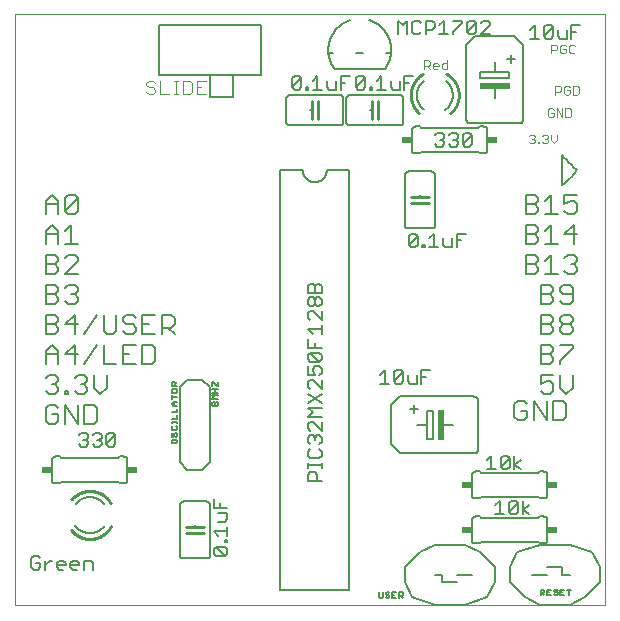
<source format=gto>
G75*
%MOIN*%
%OFA0B0*%
%FSLAX25Y25*%
%IPPOS*%
%LPD*%
%AMOC8*
5,1,8,0,0,1.08239X$1,22.5*
%
%ADD10C,0.00000*%
%ADD11C,0.00600*%
%ADD12C,0.00300*%
%ADD13C,0.00800*%
%ADD14C,0.00500*%
%ADD15C,0.01000*%
%ADD16R,0.02000X0.10000*%
%ADD17R,0.10000X0.02000*%
%ADD18R,0.03400X0.02400*%
%ADD19C,0.00400*%
D10*
X0001800Y0001800D02*
X0001800Y0198650D01*
X0198650Y0198650D01*
X0198650Y0001800D01*
X0001800Y0001800D01*
D11*
X0026800Y0037800D02*
X0026952Y0037798D01*
X0027103Y0037792D01*
X0027254Y0037783D01*
X0027406Y0037769D01*
X0027556Y0037752D01*
X0027706Y0037731D01*
X0027856Y0037706D01*
X0028005Y0037678D01*
X0028153Y0037645D01*
X0028300Y0037609D01*
X0028447Y0037570D01*
X0028592Y0037526D01*
X0028736Y0037479D01*
X0028879Y0037428D01*
X0029020Y0037374D01*
X0029161Y0037316D01*
X0029299Y0037255D01*
X0029436Y0037190D01*
X0029572Y0037121D01*
X0029705Y0037050D01*
X0029837Y0036975D01*
X0029967Y0036896D01*
X0030094Y0036815D01*
X0030220Y0036730D01*
X0030344Y0036642D01*
X0030465Y0036551D01*
X0030584Y0036457D01*
X0030700Y0036359D01*
X0030814Y0036259D01*
X0030926Y0036157D01*
X0031034Y0036051D01*
X0031140Y0035943D01*
X0031244Y0035832D01*
X0031344Y0035718D01*
X0031442Y0035602D01*
X0031536Y0035483D01*
X0026800Y0025800D02*
X0026646Y0025802D01*
X0026492Y0025808D01*
X0026338Y0025818D01*
X0026184Y0025832D01*
X0026031Y0025849D01*
X0025879Y0025871D01*
X0025727Y0025897D01*
X0025575Y0025926D01*
X0025425Y0025960D01*
X0025275Y0025997D01*
X0025127Y0026038D01*
X0024979Y0026083D01*
X0024833Y0026132D01*
X0024688Y0026184D01*
X0024545Y0026240D01*
X0024402Y0026300D01*
X0024262Y0026363D01*
X0024123Y0026430D01*
X0023986Y0026501D01*
X0023851Y0026575D01*
X0023718Y0026652D01*
X0023586Y0026733D01*
X0023457Y0026817D01*
X0023330Y0026905D01*
X0023206Y0026996D01*
X0023084Y0027089D01*
X0022964Y0027187D01*
X0022847Y0027287D01*
X0022732Y0027390D01*
X0022620Y0027496D01*
X0022511Y0027604D01*
X0022405Y0027716D01*
X0022301Y0027830D01*
X0022201Y0027947D01*
X0022103Y0028066D01*
X0022009Y0028188D01*
X0021918Y0028313D01*
X0026800Y0025800D02*
X0026950Y0025802D01*
X0027101Y0025808D01*
X0027251Y0025817D01*
X0027400Y0025830D01*
X0027550Y0025847D01*
X0027699Y0025868D01*
X0027847Y0025892D01*
X0027995Y0025920D01*
X0028142Y0025952D01*
X0028288Y0025987D01*
X0028433Y0026027D01*
X0028577Y0026069D01*
X0028720Y0026116D01*
X0028862Y0026166D01*
X0029003Y0026219D01*
X0029142Y0026276D01*
X0029280Y0026336D01*
X0029416Y0026400D01*
X0029550Y0026467D01*
X0029683Y0026538D01*
X0029814Y0026612D01*
X0029943Y0026689D01*
X0030070Y0026770D01*
X0030195Y0026853D01*
X0030318Y0026940D01*
X0030439Y0027029D01*
X0030557Y0027122D01*
X0030673Y0027218D01*
X0030787Y0027316D01*
X0030898Y0027417D01*
X0031007Y0027522D01*
X0031112Y0027628D01*
X0031216Y0027738D01*
X0031316Y0027850D01*
X0031414Y0027964D01*
X0031508Y0028081D01*
X0031600Y0028200D01*
X0026800Y0037800D02*
X0026648Y0037798D01*
X0026497Y0037792D01*
X0026346Y0037783D01*
X0026194Y0037769D01*
X0026044Y0037752D01*
X0025894Y0037731D01*
X0025744Y0037706D01*
X0025595Y0037678D01*
X0025447Y0037645D01*
X0025300Y0037609D01*
X0025153Y0037570D01*
X0025008Y0037526D01*
X0024864Y0037479D01*
X0024721Y0037428D01*
X0024580Y0037374D01*
X0024439Y0037316D01*
X0024301Y0037255D01*
X0024164Y0037190D01*
X0024028Y0037121D01*
X0023895Y0037050D01*
X0023763Y0036975D01*
X0023633Y0036896D01*
X0023506Y0036815D01*
X0023380Y0036730D01*
X0023256Y0036642D01*
X0023135Y0036551D01*
X0023016Y0036457D01*
X0022900Y0036359D01*
X0022786Y0036259D01*
X0022674Y0036157D01*
X0022566Y0036051D01*
X0022460Y0035943D01*
X0022356Y0035832D01*
X0022256Y0035718D01*
X0022158Y0035602D01*
X0022064Y0035483D01*
X0016800Y0042300D02*
X0015300Y0042300D01*
X0015240Y0042302D01*
X0015179Y0042307D01*
X0015120Y0042316D01*
X0015061Y0042329D01*
X0015002Y0042345D01*
X0014945Y0042365D01*
X0014890Y0042388D01*
X0014835Y0042415D01*
X0014783Y0042444D01*
X0014732Y0042477D01*
X0014683Y0042513D01*
X0014637Y0042551D01*
X0014593Y0042593D01*
X0014551Y0042637D01*
X0014513Y0042683D01*
X0014477Y0042732D01*
X0014444Y0042783D01*
X0014415Y0042835D01*
X0014388Y0042890D01*
X0014365Y0042945D01*
X0014345Y0043002D01*
X0014329Y0043061D01*
X0014316Y0043120D01*
X0014307Y0043179D01*
X0014302Y0043240D01*
X0014300Y0043300D01*
X0014300Y0050300D01*
X0014302Y0050360D01*
X0014307Y0050421D01*
X0014316Y0050480D01*
X0014329Y0050539D01*
X0014345Y0050598D01*
X0014365Y0050655D01*
X0014388Y0050710D01*
X0014415Y0050765D01*
X0014444Y0050817D01*
X0014477Y0050868D01*
X0014513Y0050917D01*
X0014551Y0050963D01*
X0014593Y0051007D01*
X0014637Y0051049D01*
X0014683Y0051087D01*
X0014732Y0051123D01*
X0014783Y0051156D01*
X0014835Y0051185D01*
X0014890Y0051212D01*
X0014945Y0051235D01*
X0015002Y0051255D01*
X0015061Y0051271D01*
X0015120Y0051284D01*
X0015179Y0051293D01*
X0015240Y0051298D01*
X0015300Y0051300D01*
X0016800Y0051300D01*
X0017300Y0050800D01*
X0036300Y0050800D01*
X0036800Y0051300D01*
X0038300Y0051300D01*
X0038360Y0051298D01*
X0038421Y0051293D01*
X0038480Y0051284D01*
X0038539Y0051271D01*
X0038598Y0051255D01*
X0038655Y0051235D01*
X0038710Y0051212D01*
X0038765Y0051185D01*
X0038817Y0051156D01*
X0038868Y0051123D01*
X0038917Y0051087D01*
X0038963Y0051049D01*
X0039007Y0051007D01*
X0039049Y0050963D01*
X0039087Y0050917D01*
X0039123Y0050868D01*
X0039156Y0050817D01*
X0039185Y0050765D01*
X0039212Y0050710D01*
X0039235Y0050655D01*
X0039255Y0050598D01*
X0039271Y0050539D01*
X0039284Y0050480D01*
X0039293Y0050421D01*
X0039298Y0050360D01*
X0039300Y0050300D01*
X0039300Y0043300D01*
X0039298Y0043240D01*
X0039293Y0043179D01*
X0039284Y0043120D01*
X0039271Y0043061D01*
X0039255Y0043002D01*
X0039235Y0042945D01*
X0039212Y0042890D01*
X0039185Y0042835D01*
X0039156Y0042783D01*
X0039123Y0042732D01*
X0039087Y0042683D01*
X0039049Y0042637D01*
X0039007Y0042593D01*
X0038963Y0042551D01*
X0038917Y0042513D01*
X0038868Y0042477D01*
X0038817Y0042444D01*
X0038765Y0042415D01*
X0038710Y0042388D01*
X0038655Y0042365D01*
X0038598Y0042345D01*
X0038539Y0042329D01*
X0038480Y0042316D01*
X0038421Y0042307D01*
X0038360Y0042302D01*
X0038300Y0042300D01*
X0036800Y0042300D01*
X0036300Y0042800D01*
X0017300Y0042800D01*
X0016800Y0042300D01*
X0015303Y0062100D02*
X0013168Y0062100D01*
X0012100Y0063168D01*
X0012100Y0067438D01*
X0013168Y0068505D01*
X0015303Y0068505D01*
X0016370Y0067438D01*
X0016370Y0065303D02*
X0014235Y0065303D01*
X0016370Y0065303D02*
X0016370Y0063168D01*
X0015303Y0062100D01*
X0018545Y0062100D02*
X0018545Y0068505D01*
X0022816Y0062100D01*
X0022816Y0068505D01*
X0024991Y0068505D02*
X0028194Y0068505D01*
X0029261Y0067438D01*
X0029261Y0063168D01*
X0028194Y0062100D01*
X0024991Y0062100D01*
X0024991Y0068505D01*
X0024971Y0072100D02*
X0022836Y0072100D01*
X0021768Y0073168D01*
X0019613Y0073168D02*
X0019613Y0072100D01*
X0018545Y0072100D01*
X0018545Y0073168D01*
X0019613Y0073168D01*
X0016370Y0073168D02*
X0015303Y0072100D01*
X0013168Y0072100D01*
X0012100Y0073168D01*
X0014235Y0075303D02*
X0015303Y0075303D01*
X0016370Y0074235D01*
X0016370Y0073168D01*
X0015303Y0075303D02*
X0016370Y0076370D01*
X0016370Y0077438D01*
X0015303Y0078505D01*
X0013168Y0078505D01*
X0012100Y0077438D01*
X0012100Y0082100D02*
X0012100Y0086370D01*
X0014235Y0088505D01*
X0016370Y0086370D01*
X0016370Y0082100D01*
X0016370Y0085303D02*
X0012100Y0085303D01*
X0018545Y0085303D02*
X0022816Y0085303D01*
X0021748Y0088505D02*
X0021748Y0082100D01*
X0022836Y0078505D02*
X0024971Y0078505D01*
X0026039Y0077438D01*
X0026039Y0076370D01*
X0024971Y0075303D01*
X0026039Y0074235D01*
X0026039Y0073168D01*
X0024971Y0072100D01*
X0024971Y0075303D02*
X0023903Y0075303D01*
X0021768Y0077438D02*
X0022836Y0078505D01*
X0024991Y0082100D02*
X0029261Y0088505D01*
X0031436Y0088505D02*
X0031436Y0082100D01*
X0035707Y0082100D01*
X0037882Y0082100D02*
X0042152Y0082100D01*
X0044327Y0082100D02*
X0047530Y0082100D01*
X0048598Y0083168D01*
X0048598Y0087438D01*
X0047530Y0088505D01*
X0044327Y0088505D01*
X0044327Y0082100D01*
X0040017Y0085303D02*
X0037882Y0085303D01*
X0037882Y0088505D02*
X0037882Y0082100D01*
X0032484Y0078505D02*
X0032484Y0074235D01*
X0030349Y0072100D01*
X0028214Y0074235D01*
X0028214Y0078505D01*
X0018545Y0085303D02*
X0021748Y0088505D01*
X0021748Y0092100D02*
X0021748Y0098505D01*
X0018545Y0095303D01*
X0022816Y0095303D01*
X0024991Y0092100D02*
X0029261Y0098505D01*
X0031436Y0098505D02*
X0031436Y0093168D01*
X0032504Y0092100D01*
X0034639Y0092100D01*
X0035707Y0093168D01*
X0035707Y0098505D01*
X0037882Y0097438D02*
X0037882Y0096370D01*
X0038950Y0095303D01*
X0041085Y0095303D01*
X0042152Y0094235D01*
X0042152Y0093168D01*
X0041085Y0092100D01*
X0038950Y0092100D01*
X0037882Y0093168D01*
X0037882Y0097438D02*
X0038950Y0098505D01*
X0041085Y0098505D01*
X0042152Y0097438D01*
X0044327Y0098505D02*
X0044327Y0092100D01*
X0048598Y0092100D01*
X0050773Y0092100D02*
X0050773Y0098505D01*
X0053976Y0098505D01*
X0055043Y0097438D01*
X0055043Y0095303D01*
X0053976Y0094235D01*
X0050773Y0094235D01*
X0052908Y0094235D02*
X0055043Y0092100D01*
X0048598Y0098505D02*
X0044327Y0098505D01*
X0044327Y0095303D02*
X0046463Y0095303D01*
X0042152Y0088505D02*
X0037882Y0088505D01*
X0022816Y0103168D02*
X0021748Y0102100D01*
X0019613Y0102100D01*
X0018545Y0103168D01*
X0016370Y0103168D02*
X0015303Y0102100D01*
X0012100Y0102100D01*
X0012100Y0108505D01*
X0015303Y0108505D01*
X0016370Y0107438D01*
X0016370Y0106370D01*
X0015303Y0105303D01*
X0012100Y0105303D01*
X0015303Y0105303D02*
X0016370Y0104235D01*
X0016370Y0103168D01*
X0018545Y0107438D02*
X0019613Y0108505D01*
X0021748Y0108505D01*
X0022816Y0107438D01*
X0022816Y0106370D01*
X0021748Y0105303D01*
X0022816Y0104235D01*
X0022816Y0103168D01*
X0021748Y0105303D02*
X0020681Y0105303D01*
X0022816Y0112100D02*
X0018545Y0112100D01*
X0022816Y0116370D01*
X0022816Y0117438D01*
X0021748Y0118505D01*
X0019613Y0118505D01*
X0018545Y0117438D01*
X0016370Y0117438D02*
X0016370Y0116370D01*
X0015303Y0115303D01*
X0012100Y0115303D01*
X0012100Y0118505D02*
X0015303Y0118505D01*
X0016370Y0117438D01*
X0015303Y0115303D02*
X0016370Y0114235D01*
X0016370Y0113168D01*
X0015303Y0112100D01*
X0012100Y0112100D01*
X0012100Y0118505D01*
X0012100Y0122100D02*
X0012100Y0126370D01*
X0014235Y0128505D01*
X0016370Y0126370D01*
X0016370Y0122100D01*
X0018545Y0122100D02*
X0022816Y0122100D01*
X0020681Y0122100D02*
X0020681Y0128505D01*
X0018545Y0126370D01*
X0016370Y0125303D02*
X0012100Y0125303D01*
X0012100Y0132100D02*
X0012100Y0136370D01*
X0014235Y0138505D01*
X0016370Y0136370D01*
X0016370Y0132100D01*
X0018545Y0133168D02*
X0022816Y0137438D01*
X0022816Y0133168D01*
X0021748Y0132100D01*
X0019613Y0132100D01*
X0018545Y0133168D01*
X0018545Y0137438D01*
X0019613Y0138505D01*
X0021748Y0138505D01*
X0022816Y0137438D01*
X0016370Y0135303D02*
X0012100Y0135303D01*
X0012100Y0098505D02*
X0015303Y0098505D01*
X0016370Y0097438D01*
X0016370Y0096370D01*
X0015303Y0095303D01*
X0012100Y0095303D01*
X0012100Y0098505D02*
X0012100Y0092100D01*
X0015303Y0092100D01*
X0016370Y0093168D01*
X0016370Y0094235D01*
X0015303Y0095303D01*
X0057800Y0036300D02*
X0065800Y0036300D01*
X0065860Y0036298D01*
X0065921Y0036293D01*
X0065980Y0036284D01*
X0066039Y0036271D01*
X0066098Y0036255D01*
X0066155Y0036235D01*
X0066210Y0036212D01*
X0066265Y0036185D01*
X0066317Y0036156D01*
X0066368Y0036123D01*
X0066417Y0036087D01*
X0066463Y0036049D01*
X0066507Y0036007D01*
X0066549Y0035963D01*
X0066587Y0035917D01*
X0066623Y0035868D01*
X0066656Y0035817D01*
X0066685Y0035765D01*
X0066712Y0035710D01*
X0066735Y0035655D01*
X0066755Y0035598D01*
X0066771Y0035539D01*
X0066784Y0035480D01*
X0066793Y0035421D01*
X0066798Y0035360D01*
X0066800Y0035300D01*
X0066800Y0018300D01*
X0066798Y0018240D01*
X0066793Y0018179D01*
X0066784Y0018120D01*
X0066771Y0018061D01*
X0066755Y0018002D01*
X0066735Y0017945D01*
X0066712Y0017890D01*
X0066685Y0017835D01*
X0066656Y0017783D01*
X0066623Y0017732D01*
X0066587Y0017683D01*
X0066549Y0017637D01*
X0066507Y0017593D01*
X0066463Y0017551D01*
X0066417Y0017513D01*
X0066368Y0017477D01*
X0066317Y0017444D01*
X0066265Y0017415D01*
X0066210Y0017388D01*
X0066155Y0017365D01*
X0066098Y0017345D01*
X0066039Y0017329D01*
X0065980Y0017316D01*
X0065921Y0017307D01*
X0065860Y0017302D01*
X0065800Y0017300D01*
X0057800Y0017300D01*
X0057740Y0017302D01*
X0057679Y0017307D01*
X0057620Y0017316D01*
X0057561Y0017329D01*
X0057502Y0017345D01*
X0057445Y0017365D01*
X0057390Y0017388D01*
X0057335Y0017415D01*
X0057283Y0017444D01*
X0057232Y0017477D01*
X0057183Y0017513D01*
X0057137Y0017551D01*
X0057093Y0017593D01*
X0057051Y0017637D01*
X0057013Y0017683D01*
X0056977Y0017732D01*
X0056944Y0017783D01*
X0056915Y0017835D01*
X0056888Y0017890D01*
X0056865Y0017945D01*
X0056845Y0018002D01*
X0056829Y0018061D01*
X0056816Y0018120D01*
X0056807Y0018179D01*
X0056802Y0018240D01*
X0056800Y0018300D01*
X0056800Y0035300D01*
X0056802Y0035360D01*
X0056807Y0035421D01*
X0056816Y0035480D01*
X0056829Y0035539D01*
X0056845Y0035598D01*
X0056865Y0035655D01*
X0056888Y0035710D01*
X0056915Y0035765D01*
X0056944Y0035817D01*
X0056977Y0035868D01*
X0057013Y0035917D01*
X0057051Y0035963D01*
X0057093Y0036007D01*
X0057137Y0036049D01*
X0057183Y0036087D01*
X0057232Y0036123D01*
X0057283Y0036156D01*
X0057335Y0036185D01*
X0057390Y0036212D01*
X0057445Y0036235D01*
X0057502Y0036255D01*
X0057561Y0036271D01*
X0057620Y0036284D01*
X0057679Y0036293D01*
X0057740Y0036298D01*
X0057800Y0036300D01*
X0061800Y0028300D02*
X0061800Y0027800D01*
X0061800Y0025800D02*
X0061800Y0025300D01*
X0090300Y0006800D02*
X0113300Y0006800D01*
X0113300Y0146800D01*
X0105800Y0146800D01*
X0105798Y0146674D01*
X0105792Y0146549D01*
X0105782Y0146424D01*
X0105768Y0146299D01*
X0105751Y0146174D01*
X0105729Y0146050D01*
X0105704Y0145927D01*
X0105674Y0145805D01*
X0105641Y0145684D01*
X0105604Y0145564D01*
X0105564Y0145445D01*
X0105519Y0145328D01*
X0105471Y0145211D01*
X0105419Y0145097D01*
X0105364Y0144984D01*
X0105305Y0144873D01*
X0105243Y0144764D01*
X0105177Y0144657D01*
X0105108Y0144552D01*
X0105036Y0144449D01*
X0104961Y0144348D01*
X0104882Y0144250D01*
X0104800Y0144155D01*
X0104716Y0144062D01*
X0104628Y0143972D01*
X0104538Y0143884D01*
X0104445Y0143800D01*
X0104350Y0143718D01*
X0104252Y0143639D01*
X0104151Y0143564D01*
X0104048Y0143492D01*
X0103943Y0143423D01*
X0103836Y0143357D01*
X0103727Y0143295D01*
X0103616Y0143236D01*
X0103503Y0143181D01*
X0103389Y0143129D01*
X0103272Y0143081D01*
X0103155Y0143036D01*
X0103036Y0142996D01*
X0102916Y0142959D01*
X0102795Y0142926D01*
X0102673Y0142896D01*
X0102550Y0142871D01*
X0102426Y0142849D01*
X0102301Y0142832D01*
X0102176Y0142818D01*
X0102051Y0142808D01*
X0101926Y0142802D01*
X0101800Y0142800D01*
X0101674Y0142802D01*
X0101549Y0142808D01*
X0101424Y0142818D01*
X0101299Y0142832D01*
X0101174Y0142849D01*
X0101050Y0142871D01*
X0100927Y0142896D01*
X0100805Y0142926D01*
X0100684Y0142959D01*
X0100564Y0142996D01*
X0100445Y0143036D01*
X0100328Y0143081D01*
X0100211Y0143129D01*
X0100097Y0143181D01*
X0099984Y0143236D01*
X0099873Y0143295D01*
X0099764Y0143357D01*
X0099657Y0143423D01*
X0099552Y0143492D01*
X0099449Y0143564D01*
X0099348Y0143639D01*
X0099250Y0143718D01*
X0099155Y0143800D01*
X0099062Y0143884D01*
X0098972Y0143972D01*
X0098884Y0144062D01*
X0098800Y0144155D01*
X0098718Y0144250D01*
X0098639Y0144348D01*
X0098564Y0144449D01*
X0098492Y0144552D01*
X0098423Y0144657D01*
X0098357Y0144764D01*
X0098295Y0144873D01*
X0098236Y0144984D01*
X0098181Y0145097D01*
X0098129Y0145211D01*
X0098081Y0145328D01*
X0098036Y0145445D01*
X0097996Y0145564D01*
X0097959Y0145684D01*
X0097926Y0145805D01*
X0097896Y0145927D01*
X0097871Y0146050D01*
X0097849Y0146174D01*
X0097832Y0146299D01*
X0097818Y0146424D01*
X0097808Y0146549D01*
X0097802Y0146674D01*
X0097800Y0146800D01*
X0090300Y0146800D01*
X0090300Y0006800D01*
X0130300Y0052300D02*
X0127300Y0055300D01*
X0127300Y0068300D01*
X0130300Y0071300D01*
X0154800Y0071300D01*
X0154876Y0071298D01*
X0154952Y0071292D01*
X0155027Y0071283D01*
X0155102Y0071269D01*
X0155176Y0071252D01*
X0155249Y0071231D01*
X0155321Y0071207D01*
X0155392Y0071178D01*
X0155461Y0071147D01*
X0155528Y0071112D01*
X0155593Y0071073D01*
X0155657Y0071031D01*
X0155718Y0070986D01*
X0155777Y0070938D01*
X0155833Y0070887D01*
X0155887Y0070833D01*
X0155938Y0070777D01*
X0155986Y0070718D01*
X0156031Y0070657D01*
X0156073Y0070593D01*
X0156112Y0070528D01*
X0156147Y0070461D01*
X0156178Y0070392D01*
X0156207Y0070321D01*
X0156231Y0070249D01*
X0156252Y0070176D01*
X0156269Y0070102D01*
X0156283Y0070027D01*
X0156292Y0069952D01*
X0156298Y0069876D01*
X0156300Y0069800D01*
X0156300Y0053800D01*
X0156298Y0053724D01*
X0156292Y0053648D01*
X0156283Y0053573D01*
X0156269Y0053498D01*
X0156252Y0053424D01*
X0156231Y0053351D01*
X0156207Y0053279D01*
X0156178Y0053208D01*
X0156147Y0053139D01*
X0156112Y0053072D01*
X0156073Y0053007D01*
X0156031Y0052943D01*
X0155986Y0052882D01*
X0155938Y0052823D01*
X0155887Y0052767D01*
X0155833Y0052713D01*
X0155777Y0052662D01*
X0155718Y0052614D01*
X0155657Y0052569D01*
X0155593Y0052527D01*
X0155528Y0052488D01*
X0155461Y0052453D01*
X0155392Y0052422D01*
X0155321Y0052393D01*
X0155249Y0052369D01*
X0155176Y0052348D01*
X0155102Y0052331D01*
X0155027Y0052317D01*
X0154952Y0052308D01*
X0154876Y0052302D01*
X0154800Y0052300D01*
X0130300Y0052300D01*
X0135800Y0061800D02*
X0139300Y0061800D01*
X0139300Y0066600D01*
X0141300Y0066600D01*
X0141300Y0057000D01*
X0139300Y0057000D01*
X0139300Y0061800D01*
X0144300Y0061800D02*
X0147800Y0061800D01*
X0136100Y0067200D02*
X0133500Y0067200D01*
X0134800Y0068400D02*
X0134800Y0065900D01*
X0155300Y0046300D02*
X0156800Y0046300D01*
X0157300Y0045800D01*
X0176300Y0045800D01*
X0176800Y0046300D01*
X0178300Y0046300D01*
X0178360Y0046298D01*
X0178421Y0046293D01*
X0178480Y0046284D01*
X0178539Y0046271D01*
X0178598Y0046255D01*
X0178655Y0046235D01*
X0178710Y0046212D01*
X0178765Y0046185D01*
X0178817Y0046156D01*
X0178868Y0046123D01*
X0178917Y0046087D01*
X0178963Y0046049D01*
X0179007Y0046007D01*
X0179049Y0045963D01*
X0179087Y0045917D01*
X0179123Y0045868D01*
X0179156Y0045817D01*
X0179185Y0045765D01*
X0179212Y0045710D01*
X0179235Y0045655D01*
X0179255Y0045598D01*
X0179271Y0045539D01*
X0179284Y0045480D01*
X0179293Y0045421D01*
X0179298Y0045360D01*
X0179300Y0045300D01*
X0179300Y0038300D01*
X0179298Y0038240D01*
X0179293Y0038179D01*
X0179284Y0038120D01*
X0179271Y0038061D01*
X0179255Y0038002D01*
X0179235Y0037945D01*
X0179212Y0037890D01*
X0179185Y0037835D01*
X0179156Y0037783D01*
X0179123Y0037732D01*
X0179087Y0037683D01*
X0179049Y0037637D01*
X0179007Y0037593D01*
X0178963Y0037551D01*
X0178917Y0037513D01*
X0178868Y0037477D01*
X0178817Y0037444D01*
X0178765Y0037415D01*
X0178710Y0037388D01*
X0178655Y0037365D01*
X0178598Y0037345D01*
X0178539Y0037329D01*
X0178480Y0037316D01*
X0178421Y0037307D01*
X0178360Y0037302D01*
X0178300Y0037300D01*
X0176800Y0037300D01*
X0176300Y0037800D01*
X0157300Y0037800D01*
X0156800Y0037300D01*
X0155300Y0037300D01*
X0155240Y0037302D01*
X0155179Y0037307D01*
X0155120Y0037316D01*
X0155061Y0037329D01*
X0155002Y0037345D01*
X0154945Y0037365D01*
X0154890Y0037388D01*
X0154835Y0037415D01*
X0154783Y0037444D01*
X0154732Y0037477D01*
X0154683Y0037513D01*
X0154637Y0037551D01*
X0154593Y0037593D01*
X0154551Y0037637D01*
X0154513Y0037683D01*
X0154477Y0037732D01*
X0154444Y0037783D01*
X0154415Y0037835D01*
X0154388Y0037890D01*
X0154365Y0037945D01*
X0154345Y0038002D01*
X0154329Y0038061D01*
X0154316Y0038120D01*
X0154307Y0038179D01*
X0154302Y0038240D01*
X0154300Y0038300D01*
X0154300Y0045300D01*
X0154302Y0045360D01*
X0154307Y0045421D01*
X0154316Y0045480D01*
X0154329Y0045539D01*
X0154345Y0045598D01*
X0154365Y0045655D01*
X0154388Y0045710D01*
X0154415Y0045765D01*
X0154444Y0045817D01*
X0154477Y0045868D01*
X0154513Y0045917D01*
X0154551Y0045963D01*
X0154593Y0046007D01*
X0154637Y0046049D01*
X0154683Y0046087D01*
X0154732Y0046123D01*
X0154783Y0046156D01*
X0154835Y0046185D01*
X0154890Y0046212D01*
X0154945Y0046235D01*
X0155002Y0046255D01*
X0155061Y0046271D01*
X0155120Y0046284D01*
X0155179Y0046293D01*
X0155240Y0046298D01*
X0155300Y0046300D01*
X0155300Y0031300D02*
X0156800Y0031300D01*
X0157300Y0030800D01*
X0176300Y0030800D01*
X0176800Y0031300D01*
X0178300Y0031300D01*
X0178360Y0031298D01*
X0178421Y0031293D01*
X0178480Y0031284D01*
X0178539Y0031271D01*
X0178598Y0031255D01*
X0178655Y0031235D01*
X0178710Y0031212D01*
X0178765Y0031185D01*
X0178817Y0031156D01*
X0178868Y0031123D01*
X0178917Y0031087D01*
X0178963Y0031049D01*
X0179007Y0031007D01*
X0179049Y0030963D01*
X0179087Y0030917D01*
X0179123Y0030868D01*
X0179156Y0030817D01*
X0179185Y0030765D01*
X0179212Y0030710D01*
X0179235Y0030655D01*
X0179255Y0030598D01*
X0179271Y0030539D01*
X0179284Y0030480D01*
X0179293Y0030421D01*
X0179298Y0030360D01*
X0179300Y0030300D01*
X0179300Y0023300D01*
X0179298Y0023240D01*
X0179293Y0023179D01*
X0179284Y0023120D01*
X0179271Y0023061D01*
X0179255Y0023002D01*
X0179235Y0022945D01*
X0179212Y0022890D01*
X0179185Y0022835D01*
X0179156Y0022783D01*
X0179123Y0022732D01*
X0179087Y0022683D01*
X0179049Y0022637D01*
X0179007Y0022593D01*
X0178963Y0022551D01*
X0178917Y0022513D01*
X0178868Y0022477D01*
X0178817Y0022444D01*
X0178765Y0022415D01*
X0178710Y0022388D01*
X0178655Y0022365D01*
X0178598Y0022345D01*
X0178539Y0022329D01*
X0178480Y0022316D01*
X0178421Y0022307D01*
X0178360Y0022302D01*
X0178300Y0022300D01*
X0176800Y0022300D01*
X0176300Y0022800D01*
X0157300Y0022800D01*
X0156800Y0022300D01*
X0155300Y0022300D01*
X0155240Y0022302D01*
X0155179Y0022307D01*
X0155120Y0022316D01*
X0155061Y0022329D01*
X0155002Y0022345D01*
X0154945Y0022365D01*
X0154890Y0022388D01*
X0154835Y0022415D01*
X0154783Y0022444D01*
X0154732Y0022477D01*
X0154683Y0022513D01*
X0154637Y0022551D01*
X0154593Y0022593D01*
X0154551Y0022637D01*
X0154513Y0022683D01*
X0154477Y0022732D01*
X0154444Y0022783D01*
X0154415Y0022835D01*
X0154388Y0022890D01*
X0154365Y0022945D01*
X0154345Y0023002D01*
X0154329Y0023061D01*
X0154316Y0023120D01*
X0154307Y0023179D01*
X0154302Y0023240D01*
X0154300Y0023300D01*
X0154300Y0030300D01*
X0154302Y0030360D01*
X0154307Y0030421D01*
X0154316Y0030480D01*
X0154329Y0030539D01*
X0154345Y0030598D01*
X0154365Y0030655D01*
X0154388Y0030710D01*
X0154415Y0030765D01*
X0154444Y0030817D01*
X0154477Y0030868D01*
X0154513Y0030917D01*
X0154551Y0030963D01*
X0154593Y0031007D01*
X0154637Y0031049D01*
X0154683Y0031087D01*
X0154732Y0031123D01*
X0154783Y0031156D01*
X0154835Y0031185D01*
X0154890Y0031212D01*
X0154945Y0031235D01*
X0155002Y0031255D01*
X0155061Y0031271D01*
X0155120Y0031284D01*
X0155179Y0031293D01*
X0155240Y0031298D01*
X0155300Y0031300D01*
X0169418Y0063350D02*
X0171553Y0063350D01*
X0172620Y0064418D01*
X0172620Y0066553D01*
X0170485Y0066553D01*
X0168350Y0068688D02*
X0168350Y0064418D01*
X0169418Y0063350D01*
X0174795Y0063350D02*
X0174795Y0069755D01*
X0179066Y0063350D01*
X0179066Y0069755D01*
X0181241Y0069755D02*
X0184444Y0069755D01*
X0185511Y0068688D01*
X0185511Y0064418D01*
X0184444Y0063350D01*
X0181241Y0063350D01*
X0181241Y0069755D01*
X0180303Y0072100D02*
X0178168Y0072100D01*
X0177100Y0073168D01*
X0177100Y0075303D02*
X0179235Y0076370D01*
X0180303Y0076370D01*
X0181370Y0075303D01*
X0181370Y0073168D01*
X0180303Y0072100D01*
X0183545Y0074235D02*
X0185681Y0072100D01*
X0187816Y0074235D01*
X0187816Y0078505D01*
X0183545Y0078505D02*
X0183545Y0074235D01*
X0181370Y0078505D02*
X0177100Y0078505D01*
X0177100Y0075303D01*
X0177100Y0082100D02*
X0180303Y0082100D01*
X0181370Y0083168D01*
X0181370Y0084235D01*
X0180303Y0085303D01*
X0177100Y0085303D01*
X0180303Y0085303D02*
X0181370Y0086370D01*
X0181370Y0087438D01*
X0180303Y0088505D01*
X0177100Y0088505D01*
X0177100Y0082100D01*
X0183545Y0082100D02*
X0183545Y0083168D01*
X0187816Y0087438D01*
X0187816Y0088505D01*
X0183545Y0088505D01*
X0184613Y0092100D02*
X0183545Y0093168D01*
X0183545Y0094235D01*
X0184613Y0095303D01*
X0186748Y0095303D01*
X0187816Y0094235D01*
X0187816Y0093168D01*
X0186748Y0092100D01*
X0184613Y0092100D01*
X0181370Y0093168D02*
X0180303Y0092100D01*
X0177100Y0092100D01*
X0177100Y0098505D01*
X0180303Y0098505D01*
X0181370Y0097438D01*
X0181370Y0096370D01*
X0180303Y0095303D01*
X0177100Y0095303D01*
X0180303Y0095303D02*
X0181370Y0094235D01*
X0181370Y0093168D01*
X0183545Y0096370D02*
X0183545Y0097438D01*
X0184613Y0098505D01*
X0186748Y0098505D01*
X0187816Y0097438D01*
X0187816Y0096370D01*
X0186748Y0095303D01*
X0184613Y0095303D02*
X0183545Y0096370D01*
X0184613Y0102100D02*
X0186748Y0102100D01*
X0187816Y0103168D01*
X0187816Y0107438D01*
X0186748Y0108505D01*
X0184613Y0108505D01*
X0183545Y0107438D01*
X0183545Y0106370D01*
X0184613Y0105303D01*
X0187816Y0105303D01*
X0184613Y0102100D02*
X0183545Y0103168D01*
X0181370Y0103168D02*
X0180303Y0102100D01*
X0177100Y0102100D01*
X0177100Y0108505D01*
X0180303Y0108505D01*
X0181370Y0107438D01*
X0181370Y0106370D01*
X0180303Y0105303D01*
X0177100Y0105303D01*
X0180303Y0105303D02*
X0181370Y0104235D01*
X0181370Y0103168D01*
X0180681Y0112100D02*
X0180681Y0118505D01*
X0178545Y0116370D01*
X0176370Y0116370D02*
X0176370Y0117438D01*
X0175303Y0118505D01*
X0172100Y0118505D01*
X0172100Y0112100D01*
X0175303Y0112100D01*
X0176370Y0113168D01*
X0176370Y0114235D01*
X0175303Y0115303D01*
X0172100Y0115303D01*
X0175303Y0115303D02*
X0176370Y0116370D01*
X0178545Y0112100D02*
X0182816Y0112100D01*
X0184991Y0113168D02*
X0186059Y0112100D01*
X0188194Y0112100D01*
X0189261Y0113168D01*
X0189261Y0114235D01*
X0188194Y0115303D01*
X0187126Y0115303D01*
X0188194Y0115303D02*
X0189261Y0116370D01*
X0189261Y0117438D01*
X0188194Y0118505D01*
X0186059Y0118505D01*
X0184991Y0117438D01*
X0182816Y0122100D02*
X0178545Y0122100D01*
X0180681Y0122100D02*
X0180681Y0128505D01*
X0178545Y0126370D01*
X0176370Y0126370D02*
X0176370Y0127438D01*
X0175303Y0128505D01*
X0172100Y0128505D01*
X0172100Y0122100D01*
X0175303Y0122100D01*
X0176370Y0123168D01*
X0176370Y0124235D01*
X0175303Y0125303D01*
X0172100Y0125303D01*
X0175303Y0125303D02*
X0176370Y0126370D01*
X0175303Y0132100D02*
X0172100Y0132100D01*
X0172100Y0138505D01*
X0175303Y0138505D01*
X0176370Y0137438D01*
X0176370Y0136370D01*
X0175303Y0135303D01*
X0172100Y0135303D01*
X0175303Y0135303D02*
X0176370Y0134235D01*
X0176370Y0133168D01*
X0175303Y0132100D01*
X0178545Y0132100D02*
X0182816Y0132100D01*
X0180681Y0132100D02*
X0180681Y0138505D01*
X0178545Y0136370D01*
X0184991Y0135303D02*
X0187126Y0136370D01*
X0188194Y0136370D01*
X0189261Y0135303D01*
X0189261Y0133168D01*
X0188194Y0132100D01*
X0186059Y0132100D01*
X0184991Y0133168D01*
X0184991Y0135303D02*
X0184991Y0138505D01*
X0189261Y0138505D01*
X0188194Y0128505D02*
X0184991Y0125303D01*
X0189261Y0125303D01*
X0188194Y0128505D02*
X0188194Y0122100D01*
X0158300Y0152300D02*
X0156800Y0152300D01*
X0156300Y0152800D01*
X0137300Y0152800D01*
X0136800Y0152300D01*
X0135300Y0152300D01*
X0135240Y0152302D01*
X0135179Y0152307D01*
X0135120Y0152316D01*
X0135061Y0152329D01*
X0135002Y0152345D01*
X0134945Y0152365D01*
X0134890Y0152388D01*
X0134835Y0152415D01*
X0134783Y0152444D01*
X0134732Y0152477D01*
X0134683Y0152513D01*
X0134637Y0152551D01*
X0134593Y0152593D01*
X0134551Y0152637D01*
X0134513Y0152683D01*
X0134477Y0152732D01*
X0134444Y0152783D01*
X0134415Y0152835D01*
X0134388Y0152890D01*
X0134365Y0152945D01*
X0134345Y0153002D01*
X0134329Y0153061D01*
X0134316Y0153120D01*
X0134307Y0153179D01*
X0134302Y0153240D01*
X0134300Y0153300D01*
X0134300Y0160300D01*
X0134302Y0160360D01*
X0134307Y0160421D01*
X0134316Y0160480D01*
X0134329Y0160539D01*
X0134345Y0160598D01*
X0134365Y0160655D01*
X0134388Y0160710D01*
X0134415Y0160765D01*
X0134444Y0160817D01*
X0134477Y0160868D01*
X0134513Y0160917D01*
X0134551Y0160963D01*
X0134593Y0161007D01*
X0134637Y0161049D01*
X0134683Y0161087D01*
X0134732Y0161123D01*
X0134783Y0161156D01*
X0134835Y0161185D01*
X0134890Y0161212D01*
X0134945Y0161235D01*
X0135002Y0161255D01*
X0135061Y0161271D01*
X0135120Y0161284D01*
X0135179Y0161293D01*
X0135240Y0161298D01*
X0135300Y0161300D01*
X0136800Y0161300D01*
X0137300Y0160800D01*
X0156300Y0160800D01*
X0156800Y0161300D01*
X0158300Y0161300D01*
X0158360Y0161298D01*
X0158421Y0161293D01*
X0158480Y0161284D01*
X0158539Y0161271D01*
X0158598Y0161255D01*
X0158655Y0161235D01*
X0158710Y0161212D01*
X0158765Y0161185D01*
X0158817Y0161156D01*
X0158868Y0161123D01*
X0158917Y0161087D01*
X0158963Y0161049D01*
X0159007Y0161007D01*
X0159049Y0160963D01*
X0159087Y0160917D01*
X0159123Y0160868D01*
X0159156Y0160817D01*
X0159185Y0160765D01*
X0159212Y0160710D01*
X0159235Y0160655D01*
X0159255Y0160598D01*
X0159271Y0160539D01*
X0159284Y0160480D01*
X0159293Y0160421D01*
X0159298Y0160360D01*
X0159300Y0160300D01*
X0159300Y0153300D01*
X0159298Y0153240D01*
X0159293Y0153179D01*
X0159284Y0153120D01*
X0159271Y0153061D01*
X0159255Y0153002D01*
X0159235Y0152945D01*
X0159212Y0152890D01*
X0159185Y0152835D01*
X0159156Y0152783D01*
X0159123Y0152732D01*
X0159087Y0152683D01*
X0159049Y0152637D01*
X0159007Y0152593D01*
X0158963Y0152551D01*
X0158917Y0152513D01*
X0158868Y0152477D01*
X0158817Y0152444D01*
X0158765Y0152415D01*
X0158710Y0152388D01*
X0158655Y0152365D01*
X0158598Y0152345D01*
X0158539Y0152329D01*
X0158480Y0152316D01*
X0158421Y0152307D01*
X0158360Y0152302D01*
X0158300Y0152300D01*
X0153800Y0162300D02*
X0169800Y0162300D01*
X0169876Y0162302D01*
X0169952Y0162308D01*
X0170027Y0162317D01*
X0170102Y0162331D01*
X0170176Y0162348D01*
X0170249Y0162369D01*
X0170321Y0162393D01*
X0170392Y0162422D01*
X0170461Y0162453D01*
X0170528Y0162488D01*
X0170593Y0162527D01*
X0170657Y0162569D01*
X0170718Y0162614D01*
X0170777Y0162662D01*
X0170833Y0162713D01*
X0170887Y0162767D01*
X0170938Y0162823D01*
X0170986Y0162882D01*
X0171031Y0162943D01*
X0171073Y0163007D01*
X0171112Y0163072D01*
X0171147Y0163139D01*
X0171178Y0163208D01*
X0171207Y0163279D01*
X0171231Y0163351D01*
X0171252Y0163424D01*
X0171269Y0163498D01*
X0171283Y0163573D01*
X0171292Y0163648D01*
X0171298Y0163724D01*
X0171300Y0163800D01*
X0171300Y0188300D01*
X0168300Y0191300D01*
X0155300Y0191300D01*
X0152300Y0188300D01*
X0152300Y0163800D01*
X0152302Y0163724D01*
X0152308Y0163648D01*
X0152317Y0163573D01*
X0152331Y0163498D01*
X0152348Y0163424D01*
X0152369Y0163351D01*
X0152393Y0163279D01*
X0152422Y0163208D01*
X0152453Y0163139D01*
X0152488Y0163072D01*
X0152527Y0163007D01*
X0152569Y0162943D01*
X0152614Y0162882D01*
X0152662Y0162823D01*
X0152713Y0162767D01*
X0152767Y0162713D01*
X0152823Y0162662D01*
X0152882Y0162614D01*
X0152943Y0162569D01*
X0153007Y0162527D01*
X0153072Y0162488D01*
X0153139Y0162453D01*
X0153208Y0162422D01*
X0153279Y0162393D01*
X0153351Y0162369D01*
X0153424Y0162348D01*
X0153498Y0162331D01*
X0153573Y0162317D01*
X0153648Y0162308D01*
X0153724Y0162302D01*
X0153800Y0162300D01*
X0161800Y0170800D02*
X0161800Y0174300D01*
X0157000Y0177300D02*
X0166600Y0177300D01*
X0166600Y0179300D01*
X0161800Y0179300D01*
X0157000Y0179300D01*
X0157000Y0177300D01*
X0161800Y0179300D02*
X0161800Y0182800D01*
X0165900Y0183800D02*
X0168400Y0183800D01*
X0167200Y0182500D02*
X0167200Y0185100D01*
X0147800Y0171800D02*
X0147798Y0171646D01*
X0147792Y0171492D01*
X0147782Y0171338D01*
X0147768Y0171184D01*
X0147751Y0171031D01*
X0147729Y0170879D01*
X0147703Y0170727D01*
X0147674Y0170575D01*
X0147640Y0170425D01*
X0147603Y0170275D01*
X0147562Y0170127D01*
X0147517Y0169979D01*
X0147468Y0169833D01*
X0147416Y0169688D01*
X0147360Y0169545D01*
X0147300Y0169402D01*
X0147237Y0169262D01*
X0147170Y0169123D01*
X0147099Y0168986D01*
X0147025Y0168851D01*
X0146948Y0168718D01*
X0146867Y0168586D01*
X0146783Y0168457D01*
X0146695Y0168330D01*
X0146604Y0168206D01*
X0146511Y0168084D01*
X0146413Y0167964D01*
X0146313Y0167847D01*
X0146210Y0167732D01*
X0146104Y0167620D01*
X0145996Y0167511D01*
X0145884Y0167405D01*
X0145770Y0167301D01*
X0145653Y0167201D01*
X0145534Y0167103D01*
X0145412Y0167009D01*
X0145287Y0166918D01*
X0135800Y0171800D02*
X0135802Y0171952D01*
X0135808Y0172103D01*
X0135817Y0172254D01*
X0135831Y0172406D01*
X0135848Y0172556D01*
X0135869Y0172706D01*
X0135894Y0172856D01*
X0135922Y0173005D01*
X0135955Y0173153D01*
X0135991Y0173300D01*
X0136030Y0173447D01*
X0136074Y0173592D01*
X0136121Y0173736D01*
X0136172Y0173879D01*
X0136226Y0174020D01*
X0136284Y0174161D01*
X0136345Y0174299D01*
X0136410Y0174436D01*
X0136479Y0174572D01*
X0136550Y0174705D01*
X0136625Y0174837D01*
X0136704Y0174967D01*
X0136785Y0175094D01*
X0136870Y0175220D01*
X0136958Y0175344D01*
X0137049Y0175465D01*
X0137143Y0175584D01*
X0137241Y0175700D01*
X0137341Y0175814D01*
X0137443Y0175926D01*
X0137549Y0176034D01*
X0137657Y0176140D01*
X0137768Y0176244D01*
X0137882Y0176344D01*
X0137998Y0176442D01*
X0138117Y0176536D01*
X0135800Y0171800D02*
X0135802Y0171648D01*
X0135808Y0171497D01*
X0135817Y0171346D01*
X0135831Y0171194D01*
X0135848Y0171044D01*
X0135869Y0170894D01*
X0135894Y0170744D01*
X0135922Y0170595D01*
X0135955Y0170447D01*
X0135991Y0170300D01*
X0136030Y0170153D01*
X0136074Y0170008D01*
X0136121Y0169864D01*
X0136172Y0169721D01*
X0136226Y0169580D01*
X0136284Y0169439D01*
X0136345Y0169301D01*
X0136410Y0169164D01*
X0136479Y0169028D01*
X0136550Y0168895D01*
X0136625Y0168763D01*
X0136704Y0168633D01*
X0136785Y0168506D01*
X0136870Y0168380D01*
X0136958Y0168256D01*
X0137049Y0168135D01*
X0137143Y0168016D01*
X0137241Y0167900D01*
X0137341Y0167786D01*
X0137443Y0167674D01*
X0137549Y0167566D01*
X0137657Y0167460D01*
X0137768Y0167356D01*
X0137882Y0167256D01*
X0137998Y0167158D01*
X0138117Y0167064D01*
X0147800Y0171800D02*
X0147798Y0171950D01*
X0147792Y0172101D01*
X0147783Y0172251D01*
X0147770Y0172400D01*
X0147753Y0172550D01*
X0147732Y0172699D01*
X0147708Y0172847D01*
X0147680Y0172995D01*
X0147648Y0173142D01*
X0147613Y0173288D01*
X0147573Y0173433D01*
X0147531Y0173577D01*
X0147484Y0173720D01*
X0147434Y0173862D01*
X0147381Y0174003D01*
X0147324Y0174142D01*
X0147264Y0174280D01*
X0147200Y0174416D01*
X0147133Y0174550D01*
X0147062Y0174683D01*
X0146988Y0174814D01*
X0146911Y0174943D01*
X0146830Y0175070D01*
X0146747Y0175195D01*
X0146660Y0175318D01*
X0146571Y0175439D01*
X0146478Y0175557D01*
X0146382Y0175673D01*
X0146284Y0175787D01*
X0146183Y0175898D01*
X0146078Y0176007D01*
X0145972Y0176112D01*
X0145862Y0176216D01*
X0145750Y0176316D01*
X0145636Y0176414D01*
X0145519Y0176508D01*
X0145400Y0176600D01*
X0131300Y0170800D02*
X0131300Y0162800D01*
X0131298Y0162740D01*
X0131293Y0162679D01*
X0131284Y0162620D01*
X0131271Y0162561D01*
X0131255Y0162502D01*
X0131235Y0162445D01*
X0131212Y0162390D01*
X0131185Y0162335D01*
X0131156Y0162283D01*
X0131123Y0162232D01*
X0131087Y0162183D01*
X0131049Y0162137D01*
X0131007Y0162093D01*
X0130963Y0162051D01*
X0130917Y0162013D01*
X0130868Y0161977D01*
X0130817Y0161944D01*
X0130765Y0161915D01*
X0130710Y0161888D01*
X0130655Y0161865D01*
X0130598Y0161845D01*
X0130539Y0161829D01*
X0130480Y0161816D01*
X0130421Y0161807D01*
X0130360Y0161802D01*
X0130300Y0161800D01*
X0113300Y0161800D01*
X0113240Y0161802D01*
X0113179Y0161807D01*
X0113120Y0161816D01*
X0113061Y0161829D01*
X0113002Y0161845D01*
X0112945Y0161865D01*
X0112890Y0161888D01*
X0112835Y0161915D01*
X0112783Y0161944D01*
X0112732Y0161977D01*
X0112683Y0162013D01*
X0112637Y0162051D01*
X0112593Y0162093D01*
X0112551Y0162137D01*
X0112513Y0162183D01*
X0112477Y0162232D01*
X0112444Y0162283D01*
X0112415Y0162335D01*
X0112388Y0162390D01*
X0112365Y0162445D01*
X0112345Y0162502D01*
X0112329Y0162561D01*
X0112316Y0162620D01*
X0112307Y0162679D01*
X0112302Y0162740D01*
X0112300Y0162800D01*
X0112300Y0170800D01*
X0111300Y0170800D02*
X0111300Y0162800D01*
X0111298Y0162740D01*
X0111293Y0162679D01*
X0111284Y0162620D01*
X0111271Y0162561D01*
X0111255Y0162502D01*
X0111235Y0162445D01*
X0111212Y0162390D01*
X0111185Y0162335D01*
X0111156Y0162283D01*
X0111123Y0162232D01*
X0111087Y0162183D01*
X0111049Y0162137D01*
X0111007Y0162093D01*
X0110963Y0162051D01*
X0110917Y0162013D01*
X0110868Y0161977D01*
X0110817Y0161944D01*
X0110765Y0161915D01*
X0110710Y0161888D01*
X0110655Y0161865D01*
X0110598Y0161845D01*
X0110539Y0161829D01*
X0110480Y0161816D01*
X0110421Y0161807D01*
X0110360Y0161802D01*
X0110300Y0161800D01*
X0093300Y0161800D01*
X0093240Y0161802D01*
X0093179Y0161807D01*
X0093120Y0161816D01*
X0093061Y0161829D01*
X0093002Y0161845D01*
X0092945Y0161865D01*
X0092890Y0161888D01*
X0092835Y0161915D01*
X0092783Y0161944D01*
X0092732Y0161977D01*
X0092683Y0162013D01*
X0092637Y0162051D01*
X0092593Y0162093D01*
X0092551Y0162137D01*
X0092513Y0162183D01*
X0092477Y0162232D01*
X0092444Y0162283D01*
X0092415Y0162335D01*
X0092388Y0162390D01*
X0092365Y0162445D01*
X0092345Y0162502D01*
X0092329Y0162561D01*
X0092316Y0162620D01*
X0092307Y0162679D01*
X0092302Y0162740D01*
X0092300Y0162800D01*
X0092300Y0170800D01*
X0092302Y0170860D01*
X0092307Y0170921D01*
X0092316Y0170980D01*
X0092329Y0171039D01*
X0092345Y0171098D01*
X0092365Y0171155D01*
X0092388Y0171210D01*
X0092415Y0171265D01*
X0092444Y0171317D01*
X0092477Y0171368D01*
X0092513Y0171417D01*
X0092551Y0171463D01*
X0092593Y0171507D01*
X0092637Y0171549D01*
X0092683Y0171587D01*
X0092732Y0171623D01*
X0092783Y0171656D01*
X0092835Y0171685D01*
X0092890Y0171712D01*
X0092945Y0171735D01*
X0093002Y0171755D01*
X0093061Y0171771D01*
X0093120Y0171784D01*
X0093179Y0171793D01*
X0093240Y0171798D01*
X0093300Y0171800D01*
X0110300Y0171800D01*
X0110360Y0171798D01*
X0110421Y0171793D01*
X0110480Y0171784D01*
X0110539Y0171771D01*
X0110598Y0171755D01*
X0110655Y0171735D01*
X0110710Y0171712D01*
X0110765Y0171685D01*
X0110817Y0171656D01*
X0110868Y0171623D01*
X0110917Y0171587D01*
X0110963Y0171549D01*
X0111007Y0171507D01*
X0111049Y0171463D01*
X0111087Y0171417D01*
X0111123Y0171368D01*
X0111156Y0171317D01*
X0111185Y0171265D01*
X0111212Y0171210D01*
X0111235Y0171155D01*
X0111255Y0171098D01*
X0111271Y0171039D01*
X0111284Y0170980D01*
X0111293Y0170921D01*
X0111298Y0170860D01*
X0111300Y0170800D01*
X0112300Y0170800D02*
X0112302Y0170860D01*
X0112307Y0170921D01*
X0112316Y0170980D01*
X0112329Y0171039D01*
X0112345Y0171098D01*
X0112365Y0171155D01*
X0112388Y0171210D01*
X0112415Y0171265D01*
X0112444Y0171317D01*
X0112477Y0171368D01*
X0112513Y0171417D01*
X0112551Y0171463D01*
X0112593Y0171507D01*
X0112637Y0171549D01*
X0112683Y0171587D01*
X0112732Y0171623D01*
X0112783Y0171656D01*
X0112835Y0171685D01*
X0112890Y0171712D01*
X0112945Y0171735D01*
X0113002Y0171755D01*
X0113061Y0171771D01*
X0113120Y0171784D01*
X0113179Y0171793D01*
X0113240Y0171798D01*
X0113300Y0171800D01*
X0130300Y0171800D01*
X0130360Y0171798D01*
X0130421Y0171793D01*
X0130480Y0171784D01*
X0130539Y0171771D01*
X0130598Y0171755D01*
X0130655Y0171735D01*
X0130710Y0171712D01*
X0130765Y0171685D01*
X0130817Y0171656D01*
X0130868Y0171623D01*
X0130917Y0171587D01*
X0130963Y0171549D01*
X0131007Y0171507D01*
X0131049Y0171463D01*
X0131087Y0171417D01*
X0131123Y0171368D01*
X0131156Y0171317D01*
X0131185Y0171265D01*
X0131212Y0171210D01*
X0131235Y0171155D01*
X0131255Y0171098D01*
X0131271Y0171039D01*
X0131284Y0170980D01*
X0131293Y0170921D01*
X0131298Y0170860D01*
X0131300Y0170800D01*
X0123300Y0166800D02*
X0122800Y0166800D01*
X0120800Y0166800D02*
X0120300Y0166800D01*
X0103300Y0166800D02*
X0102800Y0166800D01*
X0100800Y0166800D02*
X0100300Y0166800D01*
X0131800Y0145300D02*
X0131800Y0128300D01*
X0131802Y0128240D01*
X0131807Y0128179D01*
X0131816Y0128120D01*
X0131829Y0128061D01*
X0131845Y0128002D01*
X0131865Y0127945D01*
X0131888Y0127890D01*
X0131915Y0127835D01*
X0131944Y0127783D01*
X0131977Y0127732D01*
X0132013Y0127683D01*
X0132051Y0127637D01*
X0132093Y0127593D01*
X0132137Y0127551D01*
X0132183Y0127513D01*
X0132232Y0127477D01*
X0132283Y0127444D01*
X0132335Y0127415D01*
X0132390Y0127388D01*
X0132445Y0127365D01*
X0132502Y0127345D01*
X0132561Y0127329D01*
X0132620Y0127316D01*
X0132679Y0127307D01*
X0132740Y0127302D01*
X0132800Y0127300D01*
X0140800Y0127300D01*
X0140860Y0127302D01*
X0140921Y0127307D01*
X0140980Y0127316D01*
X0141039Y0127329D01*
X0141098Y0127345D01*
X0141155Y0127365D01*
X0141210Y0127388D01*
X0141265Y0127415D01*
X0141317Y0127444D01*
X0141368Y0127477D01*
X0141417Y0127513D01*
X0141463Y0127551D01*
X0141507Y0127593D01*
X0141549Y0127637D01*
X0141587Y0127683D01*
X0141623Y0127732D01*
X0141656Y0127783D01*
X0141685Y0127835D01*
X0141712Y0127890D01*
X0141735Y0127945D01*
X0141755Y0128002D01*
X0141771Y0128061D01*
X0141784Y0128120D01*
X0141793Y0128179D01*
X0141798Y0128240D01*
X0141800Y0128300D01*
X0141800Y0145300D01*
X0141798Y0145360D01*
X0141793Y0145421D01*
X0141784Y0145480D01*
X0141771Y0145539D01*
X0141755Y0145598D01*
X0141735Y0145655D01*
X0141712Y0145710D01*
X0141685Y0145765D01*
X0141656Y0145817D01*
X0141623Y0145868D01*
X0141587Y0145917D01*
X0141549Y0145963D01*
X0141507Y0146007D01*
X0141463Y0146049D01*
X0141417Y0146087D01*
X0141368Y0146123D01*
X0141317Y0146156D01*
X0141265Y0146185D01*
X0141210Y0146212D01*
X0141155Y0146235D01*
X0141098Y0146255D01*
X0141039Y0146271D01*
X0140980Y0146284D01*
X0140921Y0146293D01*
X0140860Y0146298D01*
X0140800Y0146300D01*
X0132800Y0146300D01*
X0132740Y0146298D01*
X0132679Y0146293D01*
X0132620Y0146284D01*
X0132561Y0146271D01*
X0132502Y0146255D01*
X0132445Y0146235D01*
X0132390Y0146212D01*
X0132335Y0146185D01*
X0132283Y0146156D01*
X0132232Y0146123D01*
X0132183Y0146087D01*
X0132137Y0146049D01*
X0132093Y0146007D01*
X0132051Y0145963D01*
X0132013Y0145917D01*
X0131977Y0145868D01*
X0131944Y0145817D01*
X0131915Y0145765D01*
X0131888Y0145710D01*
X0131865Y0145655D01*
X0131845Y0145598D01*
X0131829Y0145539D01*
X0131816Y0145480D01*
X0131807Y0145421D01*
X0131802Y0145360D01*
X0131800Y0145300D01*
X0136800Y0138300D02*
X0136800Y0137800D01*
X0136800Y0135800D02*
X0136800Y0135300D01*
X0169418Y0069755D02*
X0168350Y0068688D01*
X0169418Y0069755D02*
X0171553Y0069755D01*
X0172620Y0068688D01*
D12*
X0173684Y0155700D02*
X0173200Y0156184D01*
X0173684Y0155700D02*
X0174651Y0155700D01*
X0175135Y0156184D01*
X0175135Y0156667D01*
X0174651Y0157151D01*
X0174167Y0157151D01*
X0174651Y0157151D02*
X0175135Y0157635D01*
X0175135Y0158119D01*
X0174651Y0158602D01*
X0173684Y0158602D01*
X0173200Y0158119D01*
X0176147Y0156184D02*
X0176630Y0156184D01*
X0176630Y0155700D01*
X0176147Y0155700D01*
X0176147Y0156184D01*
X0177620Y0156184D02*
X0178104Y0155700D01*
X0179071Y0155700D01*
X0179555Y0156184D01*
X0179555Y0156667D01*
X0179071Y0157151D01*
X0178587Y0157151D01*
X0179071Y0157151D02*
X0179555Y0157635D01*
X0179555Y0158119D01*
X0179071Y0158602D01*
X0178104Y0158602D01*
X0177620Y0158119D01*
X0180566Y0158602D02*
X0180566Y0156667D01*
X0181534Y0155700D01*
X0182501Y0156667D01*
X0182501Y0158602D01*
X0182397Y0164450D02*
X0182397Y0167352D01*
X0184331Y0164450D01*
X0184331Y0167352D01*
X0185343Y0167352D02*
X0186794Y0167352D01*
X0187278Y0166869D01*
X0187278Y0164934D01*
X0186794Y0164450D01*
X0185343Y0164450D01*
X0185343Y0167352D01*
X0181385Y0166869D02*
X0180901Y0167352D01*
X0179934Y0167352D01*
X0179450Y0166869D01*
X0179450Y0164934D01*
X0179934Y0164450D01*
X0180901Y0164450D01*
X0181385Y0164934D01*
X0181385Y0165901D01*
X0180417Y0165901D01*
X0181950Y0171950D02*
X0181950Y0174852D01*
X0183401Y0174852D01*
X0183885Y0174369D01*
X0183885Y0173401D01*
X0183401Y0172917D01*
X0181950Y0172917D01*
X0184897Y0172434D02*
X0184897Y0174369D01*
X0185380Y0174852D01*
X0186348Y0174852D01*
X0186831Y0174369D01*
X0186831Y0173401D02*
X0185864Y0173401D01*
X0186831Y0173401D02*
X0186831Y0172434D01*
X0186348Y0171950D01*
X0185380Y0171950D01*
X0184897Y0172434D01*
X0187843Y0171950D02*
X0189294Y0171950D01*
X0189778Y0172434D01*
X0189778Y0174369D01*
X0189294Y0174852D01*
X0187843Y0174852D01*
X0187843Y0171950D01*
X0188044Y0185700D02*
X0188528Y0186184D01*
X0188044Y0185700D02*
X0187077Y0185700D01*
X0186593Y0186184D01*
X0186593Y0188119D01*
X0187077Y0188602D01*
X0188044Y0188602D01*
X0188528Y0188119D01*
X0185581Y0188119D02*
X0185098Y0188602D01*
X0184130Y0188602D01*
X0183647Y0188119D01*
X0183647Y0186184D01*
X0184130Y0185700D01*
X0185098Y0185700D01*
X0185581Y0186184D01*
X0185581Y0187151D01*
X0184614Y0187151D01*
X0182635Y0187151D02*
X0182151Y0186667D01*
X0180700Y0186667D01*
X0180700Y0185700D02*
X0180700Y0188602D01*
X0182151Y0188602D01*
X0182635Y0188119D01*
X0182635Y0187151D01*
X0146028Y0183352D02*
X0146028Y0180450D01*
X0144577Y0180450D01*
X0144093Y0180934D01*
X0144093Y0181901D01*
X0144577Y0182385D01*
X0146028Y0182385D01*
X0143081Y0181901D02*
X0143081Y0181417D01*
X0141147Y0181417D01*
X0141147Y0180934D02*
X0141147Y0181901D01*
X0141630Y0182385D01*
X0142598Y0182385D01*
X0143081Y0181901D01*
X0142598Y0180450D02*
X0141630Y0180450D01*
X0141147Y0180934D01*
X0140135Y0180450D02*
X0139167Y0181417D01*
X0139651Y0181417D02*
X0138200Y0181417D01*
X0138200Y0180450D02*
X0138200Y0183352D01*
X0139651Y0183352D01*
X0140135Y0182869D01*
X0140135Y0181901D01*
X0139651Y0181417D01*
D13*
X0064300Y0076800D02*
X0059300Y0076800D01*
X0056800Y0074300D01*
X0056800Y0049300D01*
X0059300Y0046800D01*
X0064300Y0046800D01*
X0066800Y0049300D01*
X0066800Y0074300D01*
X0064300Y0076800D01*
X0131800Y0014300D02*
X0131800Y0009300D01*
X0134300Y0004300D01*
X0141800Y0001800D01*
X0151800Y0001800D01*
X0159300Y0004300D01*
X0161800Y0009300D01*
X0161800Y0014300D01*
X0156800Y0019300D01*
X0151800Y0021800D01*
X0141800Y0021800D01*
X0136800Y0019300D01*
X0131800Y0014300D01*
X0166800Y0014300D02*
X0166800Y0009300D01*
X0171800Y0004300D01*
X0176800Y0001800D01*
X0186800Y0001800D01*
X0191800Y0004300D01*
X0196800Y0009300D01*
X0196800Y0014300D01*
X0194300Y0019300D01*
X0186800Y0021800D01*
X0176800Y0021800D01*
X0169300Y0019300D01*
X0166800Y0014300D01*
D14*
X0174300Y0011800D02*
X0179300Y0011800D01*
X0179300Y0014300D02*
X0184300Y0014300D01*
X0184300Y0011800D01*
X0186800Y0011800D01*
X0186523Y0006952D02*
X0186523Y0005050D01*
X0184947Y0005050D02*
X0183680Y0005050D01*
X0183680Y0006952D01*
X0184947Y0006952D01*
X0185890Y0006952D02*
X0187157Y0006952D01*
X0184314Y0006001D02*
X0183680Y0006001D01*
X0182737Y0005684D02*
X0182737Y0005367D01*
X0182421Y0005050D01*
X0181787Y0005050D01*
X0181470Y0005367D01*
X0181787Y0006001D02*
X0182421Y0006001D01*
X0182737Y0005684D01*
X0182737Y0006635D02*
X0182421Y0006952D01*
X0181787Y0006952D01*
X0181470Y0006635D01*
X0181470Y0006318D01*
X0181787Y0006001D01*
X0180528Y0006952D02*
X0179260Y0006952D01*
X0179260Y0005050D01*
X0180528Y0005050D01*
X0179894Y0006001D02*
X0179260Y0006001D01*
X0178318Y0006001D02*
X0178318Y0006635D01*
X0178001Y0006952D01*
X0177050Y0006952D01*
X0177050Y0005050D01*
X0177050Y0005684D02*
X0178001Y0005684D01*
X0178318Y0006001D01*
X0177684Y0005684D02*
X0178318Y0005050D01*
X0154300Y0011800D02*
X0149300Y0011800D01*
X0149300Y0009300D02*
X0144300Y0009300D01*
X0144300Y0011800D01*
X0141800Y0011800D01*
X0131108Y0005735D02*
X0131108Y0005101D01*
X0130791Y0004784D01*
X0129840Y0004784D01*
X0130474Y0004784D02*
X0131108Y0004150D01*
X0129840Y0004150D02*
X0129840Y0006052D01*
X0130791Y0006052D01*
X0131108Y0005735D01*
X0128898Y0006052D02*
X0127630Y0006052D01*
X0127630Y0004150D01*
X0128898Y0004150D01*
X0128264Y0005101D02*
X0127630Y0005101D01*
X0126688Y0004784D02*
X0126688Y0004467D01*
X0126371Y0004150D01*
X0125737Y0004150D01*
X0125420Y0004467D01*
X0125737Y0005101D02*
X0126371Y0005101D01*
X0126688Y0004784D01*
X0126688Y0005735D02*
X0126371Y0006052D01*
X0125737Y0006052D01*
X0125420Y0005735D01*
X0125420Y0005418D01*
X0125737Y0005101D01*
X0124478Y0004467D02*
X0124478Y0006052D01*
X0123210Y0006052D02*
X0123210Y0004467D01*
X0123527Y0004150D01*
X0124161Y0004150D01*
X0124478Y0004467D01*
X0104050Y0043026D02*
X0099546Y0043026D01*
X0099546Y0045278D01*
X0100297Y0046028D01*
X0101798Y0046028D01*
X0102549Y0045278D01*
X0102549Y0043026D01*
X0104050Y0047630D02*
X0104050Y0049131D01*
X0104050Y0048380D02*
X0099546Y0048380D01*
X0099546Y0047630D02*
X0099546Y0049131D01*
X0100297Y0050699D02*
X0103299Y0050699D01*
X0104050Y0051449D01*
X0104050Y0052951D01*
X0103299Y0053701D01*
X0103299Y0055303D02*
X0104050Y0056053D01*
X0104050Y0057555D01*
X0103299Y0058305D01*
X0102549Y0058305D01*
X0101798Y0057555D01*
X0101798Y0056804D01*
X0101798Y0057555D02*
X0101047Y0058305D01*
X0100297Y0058305D01*
X0099546Y0057555D01*
X0099546Y0056053D01*
X0100297Y0055303D01*
X0100297Y0053701D02*
X0099546Y0052951D01*
X0099546Y0051449D01*
X0100297Y0050699D01*
X0100297Y0059907D02*
X0099546Y0060657D01*
X0099546Y0062159D01*
X0100297Y0062909D01*
X0101047Y0062909D01*
X0104050Y0059907D01*
X0104050Y0062909D01*
X0104050Y0064511D02*
X0099546Y0064511D01*
X0101047Y0066012D01*
X0099546Y0067513D01*
X0104050Y0067513D01*
X0104050Y0069115D02*
X0099546Y0072117D01*
X0100297Y0073718D02*
X0099546Y0074469D01*
X0099546Y0075970D01*
X0100297Y0076721D01*
X0101047Y0076721D01*
X0104050Y0073718D01*
X0104050Y0076721D01*
X0103299Y0078322D02*
X0104050Y0079073D01*
X0104050Y0080574D01*
X0103299Y0081325D01*
X0101798Y0081325D01*
X0101047Y0080574D01*
X0101047Y0079824D01*
X0101798Y0078322D01*
X0099546Y0078322D01*
X0099546Y0081325D01*
X0100297Y0082926D02*
X0099546Y0083677D01*
X0099546Y0085178D01*
X0100297Y0085929D01*
X0103299Y0082926D01*
X0104050Y0083677D01*
X0104050Y0085178D01*
X0103299Y0085929D01*
X0100297Y0085929D01*
X0099546Y0087530D02*
X0099546Y0090533D01*
X0101047Y0092134D02*
X0099546Y0093635D01*
X0104050Y0093635D01*
X0104050Y0092134D02*
X0104050Y0095137D01*
X0104050Y0096738D02*
X0101047Y0099741D01*
X0100297Y0099741D01*
X0099546Y0098990D01*
X0099546Y0097489D01*
X0100297Y0096738D01*
X0104050Y0096738D02*
X0104050Y0099741D01*
X0103299Y0101342D02*
X0102549Y0101342D01*
X0101798Y0102093D01*
X0101798Y0103594D01*
X0102549Y0104345D01*
X0103299Y0104345D01*
X0104050Y0103594D01*
X0104050Y0102093D01*
X0103299Y0101342D01*
X0101798Y0102093D02*
X0101047Y0101342D01*
X0100297Y0101342D01*
X0099546Y0102093D01*
X0099546Y0103594D01*
X0100297Y0104345D01*
X0101047Y0104345D01*
X0101798Y0103594D01*
X0101798Y0105946D02*
X0101798Y0108198D01*
X0102549Y0108948D01*
X0103299Y0108948D01*
X0104050Y0108198D01*
X0104050Y0105946D01*
X0099546Y0105946D01*
X0099546Y0108198D01*
X0100297Y0108948D01*
X0101047Y0108948D01*
X0101798Y0108198D01*
X0101798Y0089032D02*
X0101798Y0087530D01*
X0104050Y0087530D02*
X0099546Y0087530D01*
X0100297Y0082926D02*
X0103299Y0082926D01*
X0104050Y0072117D02*
X0099546Y0069115D01*
X0123550Y0075550D02*
X0126553Y0075550D01*
X0125051Y0075550D02*
X0125051Y0080054D01*
X0123550Y0078553D01*
X0128154Y0079303D02*
X0128154Y0076301D01*
X0131156Y0079303D01*
X0131156Y0076301D01*
X0130406Y0075550D01*
X0128905Y0075550D01*
X0128154Y0076301D01*
X0128154Y0079303D02*
X0128905Y0080054D01*
X0130406Y0080054D01*
X0131156Y0079303D01*
X0132758Y0078553D02*
X0132758Y0076301D01*
X0133508Y0075550D01*
X0135760Y0075550D01*
X0135760Y0078553D01*
X0137362Y0077802D02*
X0138863Y0077802D01*
X0137362Y0075550D02*
X0137362Y0080054D01*
X0140364Y0080054D01*
X0160657Y0051554D02*
X0160657Y0047050D01*
X0159156Y0047050D02*
X0162158Y0047050D01*
X0163759Y0047801D02*
X0166762Y0050803D01*
X0166762Y0047801D01*
X0166011Y0047050D01*
X0164510Y0047050D01*
X0163759Y0047801D01*
X0163759Y0050803D01*
X0164510Y0051554D01*
X0166011Y0051554D01*
X0166762Y0050803D01*
X0168363Y0051554D02*
X0168363Y0047050D01*
X0168363Y0048551D02*
X0170615Y0050053D01*
X0168363Y0048551D02*
X0170615Y0047050D01*
X0171108Y0036554D02*
X0171108Y0032050D01*
X0171108Y0033551D02*
X0173360Y0035053D01*
X0171108Y0033551D02*
X0173360Y0032050D01*
X0169506Y0032801D02*
X0169506Y0035803D01*
X0166504Y0032801D01*
X0167255Y0032050D01*
X0168756Y0032050D01*
X0169506Y0032801D01*
X0169506Y0035803D02*
X0168756Y0036554D01*
X0167255Y0036554D01*
X0166504Y0035803D01*
X0166504Y0032801D01*
X0164903Y0032050D02*
X0161900Y0032050D01*
X0163401Y0032050D02*
X0163401Y0036554D01*
X0161900Y0035053D01*
X0159156Y0050053D02*
X0160657Y0051554D01*
X0149164Y0121050D02*
X0149164Y0125554D01*
X0152166Y0125554D01*
X0150665Y0123302D02*
X0149164Y0123302D01*
X0147562Y0124053D02*
X0147562Y0121050D01*
X0145310Y0121050D01*
X0144560Y0121801D01*
X0144560Y0124053D01*
X0142958Y0121050D02*
X0139956Y0121050D01*
X0141457Y0121050D02*
X0141457Y0125554D01*
X0139956Y0124053D01*
X0138405Y0121801D02*
X0138405Y0121050D01*
X0137654Y0121050D01*
X0137654Y0121801D01*
X0138405Y0121801D01*
X0136053Y0121801D02*
X0135302Y0121050D01*
X0133801Y0121050D01*
X0133050Y0121801D01*
X0136053Y0124803D01*
X0136053Y0121801D01*
X0133050Y0121801D02*
X0133050Y0124803D01*
X0133801Y0125554D01*
X0135302Y0125554D01*
X0136053Y0124803D01*
X0142651Y0154550D02*
X0141900Y0155301D01*
X0142651Y0154550D02*
X0144152Y0154550D01*
X0144903Y0155301D01*
X0144903Y0156051D01*
X0144152Y0156802D01*
X0143401Y0156802D01*
X0144152Y0156802D02*
X0144903Y0157553D01*
X0144903Y0158303D01*
X0144152Y0159054D01*
X0142651Y0159054D01*
X0141900Y0158303D01*
X0146504Y0158303D02*
X0147255Y0159054D01*
X0148756Y0159054D01*
X0149506Y0158303D01*
X0149506Y0157553D01*
X0148756Y0156802D01*
X0149506Y0156051D01*
X0149506Y0155301D01*
X0148756Y0154550D01*
X0147255Y0154550D01*
X0146504Y0155301D01*
X0148005Y0156802D02*
X0148756Y0156802D01*
X0151108Y0158303D02*
X0151858Y0159054D01*
X0153360Y0159054D01*
X0154110Y0158303D01*
X0151108Y0155301D01*
X0151858Y0154550D01*
X0153360Y0154550D01*
X0154110Y0155301D01*
X0154110Y0158303D01*
X0151108Y0158303D02*
X0151108Y0155301D01*
X0184300Y0141800D02*
X0184769Y0142160D01*
X0185229Y0142532D01*
X0185680Y0142914D01*
X0186122Y0143306D01*
X0186555Y0143709D01*
X0186978Y0144122D01*
X0187391Y0144545D01*
X0187794Y0144978D01*
X0188186Y0145420D01*
X0188568Y0145871D01*
X0188940Y0146331D01*
X0189300Y0146800D01*
X0184300Y0151800D02*
X0184300Y0141800D01*
X0189300Y0146800D02*
X0188831Y0147160D01*
X0188371Y0147532D01*
X0187920Y0147914D01*
X0187478Y0148306D01*
X0187045Y0148709D01*
X0186622Y0149122D01*
X0186209Y0149545D01*
X0185806Y0149978D01*
X0185414Y0150420D01*
X0185032Y0150871D01*
X0184660Y0151331D01*
X0184300Y0151800D01*
X0183508Y0190550D02*
X0185760Y0190550D01*
X0185760Y0193553D01*
X0187362Y0192802D02*
X0188863Y0192802D01*
X0187362Y0190550D02*
X0187362Y0195054D01*
X0190364Y0195054D01*
X0183508Y0190550D02*
X0182758Y0191301D01*
X0182758Y0193553D01*
X0181156Y0194303D02*
X0178154Y0191301D01*
X0178905Y0190550D01*
X0180406Y0190550D01*
X0181156Y0191301D01*
X0181156Y0194303D01*
X0180406Y0195054D01*
X0178905Y0195054D01*
X0178154Y0194303D01*
X0178154Y0191301D01*
X0176553Y0190550D02*
X0173550Y0190550D01*
X0175051Y0190550D02*
X0175051Y0195054D01*
X0173550Y0193553D01*
X0160176Y0195053D02*
X0160176Y0195803D01*
X0159425Y0196554D01*
X0157924Y0196554D01*
X0157174Y0195803D01*
X0155572Y0195803D02*
X0152570Y0192801D01*
X0153320Y0192050D01*
X0154822Y0192050D01*
X0155572Y0192801D01*
X0155572Y0195803D01*
X0154822Y0196554D01*
X0153320Y0196554D01*
X0152570Y0195803D01*
X0152570Y0192801D01*
X0150968Y0195803D02*
X0147966Y0192801D01*
X0147966Y0192050D01*
X0146364Y0192050D02*
X0143362Y0192050D01*
X0144863Y0192050D02*
X0144863Y0196554D01*
X0143362Y0195053D01*
X0141760Y0195803D02*
X0141760Y0194302D01*
X0141010Y0193551D01*
X0138758Y0193551D01*
X0138758Y0192050D02*
X0138758Y0196554D01*
X0141010Y0196554D01*
X0141760Y0195803D01*
X0137156Y0195803D02*
X0136406Y0196554D01*
X0134905Y0196554D01*
X0134154Y0195803D01*
X0134154Y0192801D01*
X0134905Y0192050D01*
X0136406Y0192050D01*
X0137156Y0192801D01*
X0132553Y0192050D02*
X0132553Y0196554D01*
X0131051Y0195053D01*
X0129550Y0196554D01*
X0129550Y0192050D01*
X0127252Y0185800D02*
X0125673Y0185800D01*
X0125046Y0180300D02*
X0108554Y0180300D01*
X0110414Y0178054D02*
X0113416Y0178054D01*
X0115550Y0177303D02*
X0116301Y0178054D01*
X0117802Y0178054D01*
X0118553Y0177303D01*
X0115550Y0174301D01*
X0116301Y0173550D01*
X0117802Y0173550D01*
X0118553Y0174301D01*
X0118553Y0177303D01*
X0115550Y0177303D02*
X0115550Y0174301D01*
X0111915Y0175802D02*
X0110414Y0175802D01*
X0108812Y0176553D02*
X0108812Y0173550D01*
X0106560Y0173550D01*
X0105810Y0174301D01*
X0105810Y0176553D01*
X0104208Y0173550D02*
X0101206Y0173550D01*
X0102707Y0173550D02*
X0102707Y0178054D01*
X0101206Y0176553D01*
X0099655Y0174301D02*
X0099655Y0173550D01*
X0098904Y0173550D01*
X0098904Y0174301D01*
X0099655Y0174301D01*
X0097303Y0174301D02*
X0096552Y0173550D01*
X0095051Y0173550D01*
X0094300Y0174301D01*
X0097303Y0177303D01*
X0097303Y0174301D01*
X0097303Y0177303D02*
X0096552Y0178054D01*
X0095051Y0178054D01*
X0094300Y0177303D01*
X0094300Y0174301D01*
X0083729Y0178335D02*
X0083729Y0195265D01*
X0049871Y0195265D01*
X0049871Y0178335D01*
X0083729Y0178335D01*
X0074674Y0178926D02*
X0074674Y0171052D01*
X0066800Y0171052D01*
X0066800Y0178926D01*
X0106348Y0185800D02*
X0107927Y0185800D01*
X0115673Y0185800D02*
X0117927Y0185800D01*
X0108554Y0180300D02*
X0108401Y0180499D01*
X0108253Y0180701D01*
X0108110Y0180906D01*
X0107972Y0181115D01*
X0107839Y0181327D01*
X0107711Y0181542D01*
X0107589Y0181760D01*
X0107471Y0181981D01*
X0107359Y0182205D01*
X0107252Y0182431D01*
X0107151Y0182660D01*
X0107055Y0182891D01*
X0106964Y0183125D01*
X0106879Y0183360D01*
X0106800Y0183598D01*
X0106727Y0183837D01*
X0106659Y0184078D01*
X0106597Y0184320D01*
X0106541Y0184564D01*
X0106490Y0184810D01*
X0106446Y0185056D01*
X0106407Y0185303D01*
X0106375Y0185551D01*
X0106348Y0185800D01*
X0110414Y0178054D02*
X0110414Y0173550D01*
X0120154Y0173550D02*
X0120905Y0173550D01*
X0120905Y0174301D01*
X0120154Y0174301D01*
X0120154Y0173550D01*
X0122456Y0173550D02*
X0125458Y0173550D01*
X0123957Y0173550D02*
X0123957Y0178054D01*
X0122456Y0176553D01*
X0127060Y0176553D02*
X0127060Y0174301D01*
X0127810Y0173550D01*
X0130062Y0173550D01*
X0130062Y0176553D01*
X0131664Y0175802D02*
X0133165Y0175802D01*
X0131664Y0173550D02*
X0131664Y0178054D01*
X0134666Y0178054D01*
X0125046Y0180300D02*
X0125201Y0180502D01*
X0125351Y0180707D01*
X0125497Y0180916D01*
X0125637Y0181129D01*
X0125772Y0181345D01*
X0125901Y0181564D01*
X0126025Y0181786D01*
X0126144Y0182011D01*
X0126257Y0182239D01*
X0126365Y0182469D01*
X0126467Y0182702D01*
X0126564Y0182938D01*
X0126655Y0183176D01*
X0126740Y0183415D01*
X0126819Y0183657D01*
X0126892Y0183901D01*
X0126959Y0184146D01*
X0127021Y0184393D01*
X0127076Y0184642D01*
X0127125Y0184892D01*
X0127168Y0185142D01*
X0127205Y0185394D01*
X0127236Y0185647D01*
X0127261Y0185900D01*
X0127280Y0186154D01*
X0127293Y0186408D01*
X0127299Y0186662D01*
X0127299Y0186917D01*
X0127293Y0187171D01*
X0127281Y0187426D01*
X0127263Y0187679D01*
X0127239Y0187933D01*
X0127208Y0188185D01*
X0127172Y0188437D01*
X0127129Y0188688D01*
X0127080Y0188938D01*
X0127025Y0189186D01*
X0126964Y0189433D01*
X0126898Y0189679D01*
X0126825Y0189923D01*
X0126746Y0190165D01*
X0126662Y0190405D01*
X0126571Y0190643D01*
X0126475Y0190879D01*
X0126374Y0191112D01*
X0126266Y0191343D01*
X0126154Y0191571D01*
X0126035Y0191796D01*
X0125911Y0192018D01*
X0125782Y0192238D01*
X0125648Y0192454D01*
X0125508Y0192667D01*
X0125363Y0192876D01*
X0125214Y0193082D01*
X0125059Y0193284D01*
X0124899Y0193482D01*
X0124735Y0193676D01*
X0124566Y0193867D01*
X0124393Y0194053D01*
X0124215Y0194235D01*
X0124032Y0194412D01*
X0123846Y0194585D01*
X0123655Y0194754D01*
X0123460Y0194918D01*
X0123261Y0195077D01*
X0123059Y0195231D01*
X0122853Y0195380D01*
X0122643Y0195524D01*
X0122430Y0195663D01*
X0122213Y0195797D01*
X0121994Y0195926D01*
X0121771Y0196049D01*
X0121545Y0196166D01*
X0121317Y0196279D01*
X0121086Y0196385D01*
X0120852Y0196486D01*
X0120616Y0196582D01*
X0120378Y0196671D01*
X0120138Y0196755D01*
X0119896Y0196833D01*
X0113704Y0196833D02*
X0113460Y0196755D01*
X0113218Y0196670D01*
X0112979Y0196580D01*
X0112741Y0196484D01*
X0112506Y0196382D01*
X0112273Y0196274D01*
X0112043Y0196161D01*
X0111816Y0196042D01*
X0111592Y0195918D01*
X0111371Y0195788D01*
X0111154Y0195653D01*
X0110939Y0195512D01*
X0110728Y0195366D01*
X0110521Y0195216D01*
X0110318Y0195060D01*
X0110118Y0194899D01*
X0109922Y0194734D01*
X0109731Y0194564D01*
X0109543Y0194389D01*
X0109360Y0194209D01*
X0109182Y0194026D01*
X0109007Y0193837D01*
X0108838Y0193645D01*
X0108673Y0193449D01*
X0108513Y0193248D01*
X0108359Y0193044D01*
X0108209Y0192836D01*
X0108064Y0192625D01*
X0107924Y0192410D01*
X0107790Y0192192D01*
X0107661Y0191970D01*
X0107538Y0191746D01*
X0107420Y0191518D01*
X0107307Y0191288D01*
X0107201Y0191055D01*
X0107100Y0190819D01*
X0107004Y0190581D01*
X0106915Y0190341D01*
X0106832Y0190099D01*
X0106754Y0189854D01*
X0106683Y0189608D01*
X0106617Y0189360D01*
X0106558Y0189111D01*
X0106504Y0188861D01*
X0106457Y0188609D01*
X0106416Y0188356D01*
X0106381Y0188102D01*
X0106352Y0187847D01*
X0106330Y0187592D01*
X0106314Y0187336D01*
X0106304Y0187080D01*
X0106300Y0186824D01*
X0106303Y0186567D01*
X0106311Y0186311D01*
X0106326Y0186055D01*
X0106348Y0185800D01*
X0147966Y0196554D02*
X0150968Y0196554D01*
X0150968Y0195803D01*
X0157174Y0192050D02*
X0160176Y0195053D01*
X0160176Y0192050D02*
X0157174Y0192050D01*
X0069450Y0076108D02*
X0069450Y0074840D01*
X0069133Y0074840D01*
X0067865Y0076108D01*
X0067548Y0076108D01*
X0067548Y0074840D01*
X0067548Y0073898D02*
X0069450Y0073898D01*
X0068499Y0073898D02*
X0068499Y0072630D01*
X0069450Y0072630D02*
X0067548Y0072630D01*
X0067548Y0071688D02*
X0069450Y0071688D01*
X0069450Y0070420D02*
X0067548Y0070420D01*
X0068182Y0071054D01*
X0067548Y0071688D01*
X0067865Y0069478D02*
X0068182Y0069478D01*
X0068499Y0069161D01*
X0068499Y0068527D01*
X0068182Y0068210D01*
X0067865Y0068210D01*
X0067548Y0068527D01*
X0067548Y0069161D01*
X0067865Y0069478D01*
X0068499Y0069161D02*
X0068816Y0069478D01*
X0069133Y0069478D01*
X0069450Y0069161D01*
X0069450Y0068527D01*
X0069133Y0068210D01*
X0068816Y0068210D01*
X0068499Y0068527D01*
X0055950Y0068210D02*
X0054682Y0068210D01*
X0054048Y0068844D01*
X0054682Y0069478D01*
X0055950Y0069478D01*
X0054999Y0069478D02*
X0054999Y0068210D01*
X0055950Y0067268D02*
X0055950Y0066001D01*
X0054048Y0066001D01*
X0055950Y0065058D02*
X0055950Y0063791D01*
X0054048Y0063791D01*
X0054048Y0062951D02*
X0054048Y0062317D01*
X0054048Y0062634D02*
X0055950Y0062634D01*
X0055950Y0062317D02*
X0055950Y0062951D01*
X0055633Y0061375D02*
X0055950Y0061058D01*
X0055950Y0060424D01*
X0055633Y0060108D01*
X0054365Y0060108D01*
X0054048Y0060424D01*
X0054048Y0061058D01*
X0054365Y0061375D01*
X0054365Y0059165D02*
X0054048Y0058848D01*
X0054048Y0058215D01*
X0054365Y0057898D01*
X0054682Y0057898D01*
X0054999Y0058215D01*
X0054999Y0058848D01*
X0055316Y0059165D01*
X0055633Y0059165D01*
X0055950Y0058848D01*
X0055950Y0058215D01*
X0055633Y0057898D01*
X0055633Y0056955D02*
X0054365Y0056955D01*
X0054048Y0056639D01*
X0054048Y0056005D01*
X0054365Y0055688D01*
X0055633Y0055688D01*
X0055950Y0056005D01*
X0055950Y0056639D01*
X0055633Y0056955D01*
X0054048Y0070420D02*
X0054048Y0071688D01*
X0054048Y0071054D02*
X0055950Y0071054D01*
X0055633Y0072630D02*
X0055950Y0072947D01*
X0055950Y0073581D01*
X0055633Y0073898D01*
X0054365Y0073898D01*
X0054048Y0073581D01*
X0054048Y0072947D01*
X0054365Y0072630D01*
X0055633Y0072630D01*
X0055316Y0074840D02*
X0055316Y0075791D01*
X0054999Y0076108D01*
X0054365Y0076108D01*
X0054048Y0075791D01*
X0054048Y0074840D01*
X0055950Y0074840D01*
X0055316Y0075474D02*
X0055950Y0076108D01*
X0035360Y0058303D02*
X0035360Y0055301D01*
X0034610Y0054550D01*
X0033108Y0054550D01*
X0032358Y0055301D01*
X0035360Y0058303D01*
X0034610Y0059054D01*
X0033108Y0059054D01*
X0032358Y0058303D01*
X0032358Y0055301D01*
X0030756Y0055301D02*
X0030006Y0054550D01*
X0028505Y0054550D01*
X0027754Y0055301D01*
X0026153Y0055301D02*
X0025402Y0054550D01*
X0023901Y0054550D01*
X0023150Y0055301D01*
X0024651Y0056802D02*
X0025402Y0056802D01*
X0026153Y0056051D01*
X0026153Y0055301D01*
X0025402Y0056802D02*
X0026153Y0057553D01*
X0026153Y0058303D01*
X0025402Y0059054D01*
X0023901Y0059054D01*
X0023150Y0058303D01*
X0027754Y0058303D02*
X0028505Y0059054D01*
X0030006Y0059054D01*
X0030756Y0058303D01*
X0030756Y0057553D01*
X0030006Y0056802D01*
X0030756Y0056051D01*
X0030756Y0055301D01*
X0030006Y0056802D02*
X0029255Y0056802D01*
X0068046Y0037166D02*
X0068046Y0034164D01*
X0072550Y0034164D01*
X0072550Y0032562D02*
X0069547Y0032562D01*
X0070298Y0034164D02*
X0070298Y0035665D01*
X0072550Y0032562D02*
X0072550Y0030310D01*
X0071799Y0029560D01*
X0069547Y0029560D01*
X0068046Y0026457D02*
X0072550Y0026457D01*
X0072550Y0024956D02*
X0072550Y0027958D01*
X0069547Y0024956D02*
X0068046Y0026457D01*
X0071799Y0023405D02*
X0072550Y0023405D01*
X0072550Y0022654D01*
X0071799Y0022654D01*
X0071799Y0023405D01*
X0071799Y0021053D02*
X0068797Y0021053D01*
X0071799Y0018050D01*
X0072550Y0018801D01*
X0072550Y0020302D01*
X0071799Y0021053D01*
X0068797Y0021053D02*
X0068046Y0020302D01*
X0068046Y0018801D01*
X0068797Y0018050D01*
X0071799Y0018050D01*
X0027949Y0015802D02*
X0027949Y0013550D01*
X0027949Y0015802D02*
X0027198Y0016553D01*
X0024946Y0016553D01*
X0024946Y0013550D01*
X0023345Y0015051D02*
X0020342Y0015051D01*
X0020342Y0014301D02*
X0020342Y0015802D01*
X0021093Y0016553D01*
X0022594Y0016553D01*
X0023345Y0015802D01*
X0023345Y0015051D01*
X0022594Y0013550D02*
X0021093Y0013550D01*
X0020342Y0014301D01*
X0018741Y0015051D02*
X0015738Y0015051D01*
X0015738Y0014301D02*
X0015738Y0015802D01*
X0016489Y0016553D01*
X0017990Y0016553D01*
X0018741Y0015802D01*
X0018741Y0015051D01*
X0017990Y0013550D02*
X0016489Y0013550D01*
X0015738Y0014301D01*
X0014153Y0016553D02*
X0013403Y0016553D01*
X0011902Y0015051D01*
X0011902Y0013550D02*
X0011902Y0016553D01*
X0010300Y0017303D02*
X0009550Y0018054D01*
X0008048Y0018054D01*
X0007298Y0017303D01*
X0007298Y0014301D01*
X0008048Y0013550D01*
X0009550Y0013550D01*
X0010300Y0014301D01*
X0010300Y0015802D01*
X0008799Y0015802D01*
D15*
X0026800Y0023800D02*
X0026992Y0023802D01*
X0027184Y0023809D01*
X0027376Y0023821D01*
X0027568Y0023837D01*
X0027759Y0023858D01*
X0027949Y0023883D01*
X0028139Y0023913D01*
X0028328Y0023947D01*
X0028516Y0023986D01*
X0028703Y0024030D01*
X0028889Y0024078D01*
X0029074Y0024130D01*
X0029258Y0024187D01*
X0029440Y0024248D01*
X0029620Y0024314D01*
X0029799Y0024384D01*
X0029977Y0024458D01*
X0030152Y0024536D01*
X0030326Y0024619D01*
X0030497Y0024706D01*
X0030666Y0024796D01*
X0030833Y0024891D01*
X0030998Y0024990D01*
X0031161Y0025093D01*
X0031320Y0025200D01*
X0031478Y0025310D01*
X0031632Y0025424D01*
X0031784Y0025542D01*
X0031933Y0025664D01*
X0032079Y0025789D01*
X0032221Y0025917D01*
X0032361Y0026049D01*
X0032498Y0026184D01*
X0032631Y0026323D01*
X0032761Y0026464D01*
X0032887Y0026609D01*
X0033010Y0026757D01*
X0033129Y0026907D01*
X0033245Y0027061D01*
X0033357Y0027217D01*
X0033465Y0027376D01*
X0033570Y0027537D01*
X0033670Y0027701D01*
X0033766Y0027867D01*
X0033859Y0028035D01*
X0033746Y0035769D02*
X0033647Y0035938D01*
X0033543Y0036104D01*
X0033436Y0036268D01*
X0033325Y0036429D01*
X0033210Y0036587D01*
X0033091Y0036742D01*
X0032968Y0036895D01*
X0032842Y0037044D01*
X0032712Y0037190D01*
X0032578Y0037333D01*
X0032441Y0037473D01*
X0032301Y0037609D01*
X0032157Y0037742D01*
X0032010Y0037871D01*
X0031860Y0037997D01*
X0031707Y0038118D01*
X0031551Y0038237D01*
X0031392Y0038351D01*
X0031231Y0038461D01*
X0031066Y0038567D01*
X0030900Y0038670D01*
X0030730Y0038768D01*
X0030559Y0038862D01*
X0030385Y0038952D01*
X0030209Y0039037D01*
X0030031Y0039119D01*
X0029851Y0039195D01*
X0029669Y0039268D01*
X0029486Y0039336D01*
X0029301Y0039399D01*
X0029114Y0039458D01*
X0028926Y0039512D01*
X0028737Y0039562D01*
X0028547Y0039607D01*
X0028355Y0039647D01*
X0028163Y0039683D01*
X0027970Y0039714D01*
X0027776Y0039740D01*
X0027581Y0039762D01*
X0027386Y0039778D01*
X0027191Y0039790D01*
X0026995Y0039798D01*
X0026800Y0039800D01*
X0026607Y0039798D01*
X0026414Y0039791D01*
X0026222Y0039779D01*
X0026029Y0039763D01*
X0025837Y0039742D01*
X0025646Y0039716D01*
X0025456Y0039686D01*
X0025266Y0039651D01*
X0025077Y0039612D01*
X0024889Y0039568D01*
X0024702Y0039520D01*
X0024516Y0039467D01*
X0024332Y0039410D01*
X0024149Y0039348D01*
X0023968Y0039282D01*
X0023788Y0039211D01*
X0023610Y0039137D01*
X0023434Y0039058D01*
X0023260Y0038974D01*
X0023088Y0038887D01*
X0022918Y0038795D01*
X0022751Y0038699D01*
X0022585Y0038600D01*
X0022422Y0038496D01*
X0022262Y0038389D01*
X0022105Y0038277D01*
X0021950Y0038162D01*
X0021798Y0038043D01*
X0021649Y0037921D01*
X0021502Y0037795D01*
X0021359Y0037665D01*
X0021219Y0037532D01*
X0021083Y0037396D01*
X0020949Y0037256D01*
X0020820Y0037114D01*
X0020693Y0036968D01*
X0020654Y0026678D02*
X0020781Y0026530D01*
X0020911Y0026385D01*
X0021044Y0026244D01*
X0021181Y0026105D01*
X0021321Y0025970D01*
X0021465Y0025839D01*
X0021612Y0025711D01*
X0021761Y0025586D01*
X0021914Y0025465D01*
X0022069Y0025348D01*
X0022228Y0025235D01*
X0022389Y0025126D01*
X0022553Y0025021D01*
X0022719Y0024919D01*
X0022888Y0024822D01*
X0023058Y0024729D01*
X0023232Y0024640D01*
X0023407Y0024555D01*
X0023584Y0024475D01*
X0023763Y0024399D01*
X0023944Y0024327D01*
X0024127Y0024260D01*
X0024311Y0024197D01*
X0024497Y0024139D01*
X0024684Y0024085D01*
X0024872Y0024036D01*
X0025062Y0023991D01*
X0025252Y0023951D01*
X0025444Y0023916D01*
X0025636Y0023885D01*
X0025829Y0023859D01*
X0026023Y0023838D01*
X0026217Y0023821D01*
X0026411Y0023809D01*
X0026605Y0023802D01*
X0026800Y0023800D01*
X0058800Y0025800D02*
X0061800Y0025800D01*
X0064800Y0025800D01*
X0064800Y0027800D02*
X0061800Y0027800D01*
X0058800Y0027800D01*
X0133800Y0135800D02*
X0136800Y0135800D01*
X0139800Y0135800D01*
X0139800Y0137800D02*
X0136800Y0137800D01*
X0133800Y0137800D01*
X0122800Y0163800D02*
X0122800Y0166800D01*
X0122800Y0169800D01*
X0120800Y0169800D02*
X0120800Y0166800D01*
X0120800Y0163800D01*
X0102800Y0163800D02*
X0102800Y0166800D01*
X0102800Y0169800D01*
X0100800Y0169800D02*
X0100800Y0166800D01*
X0100800Y0163800D01*
X0145565Y0178859D02*
X0145733Y0178766D01*
X0145899Y0178670D01*
X0146063Y0178570D01*
X0146224Y0178465D01*
X0146383Y0178357D01*
X0146539Y0178245D01*
X0146693Y0178129D01*
X0146843Y0178010D01*
X0146991Y0177887D01*
X0147136Y0177761D01*
X0147277Y0177631D01*
X0147416Y0177498D01*
X0147551Y0177361D01*
X0147683Y0177221D01*
X0147811Y0177079D01*
X0147936Y0176933D01*
X0148058Y0176784D01*
X0148176Y0176632D01*
X0148290Y0176478D01*
X0148400Y0176320D01*
X0148507Y0176161D01*
X0148610Y0175998D01*
X0148709Y0175833D01*
X0148804Y0175666D01*
X0148894Y0175497D01*
X0148981Y0175326D01*
X0149064Y0175152D01*
X0149142Y0174977D01*
X0149216Y0174799D01*
X0149286Y0174620D01*
X0149352Y0174440D01*
X0149413Y0174258D01*
X0149470Y0174074D01*
X0149522Y0173889D01*
X0149570Y0173703D01*
X0149614Y0173516D01*
X0149653Y0173328D01*
X0149687Y0173139D01*
X0149717Y0172949D01*
X0149742Y0172759D01*
X0149763Y0172568D01*
X0149779Y0172376D01*
X0149791Y0172184D01*
X0149798Y0171992D01*
X0149800Y0171800D01*
X0137831Y0178746D02*
X0137662Y0178647D01*
X0137496Y0178543D01*
X0137332Y0178436D01*
X0137171Y0178325D01*
X0137013Y0178210D01*
X0136858Y0178091D01*
X0136705Y0177968D01*
X0136556Y0177842D01*
X0136410Y0177712D01*
X0136267Y0177578D01*
X0136127Y0177441D01*
X0135991Y0177301D01*
X0135858Y0177157D01*
X0135729Y0177010D01*
X0135603Y0176860D01*
X0135482Y0176707D01*
X0135363Y0176551D01*
X0135249Y0176392D01*
X0135139Y0176231D01*
X0135033Y0176066D01*
X0134930Y0175900D01*
X0134832Y0175730D01*
X0134738Y0175559D01*
X0134648Y0175385D01*
X0134563Y0175209D01*
X0134481Y0175031D01*
X0134405Y0174851D01*
X0134332Y0174669D01*
X0134264Y0174486D01*
X0134201Y0174301D01*
X0134142Y0174114D01*
X0134088Y0173926D01*
X0134038Y0173737D01*
X0133993Y0173547D01*
X0133953Y0173355D01*
X0133917Y0173163D01*
X0133886Y0172970D01*
X0133860Y0172776D01*
X0133838Y0172581D01*
X0133822Y0172386D01*
X0133810Y0172191D01*
X0133802Y0171995D01*
X0133800Y0171800D01*
X0133802Y0171607D01*
X0133809Y0171414D01*
X0133821Y0171222D01*
X0133837Y0171029D01*
X0133858Y0170837D01*
X0133884Y0170646D01*
X0133914Y0170456D01*
X0133949Y0170266D01*
X0133988Y0170077D01*
X0134032Y0169889D01*
X0134080Y0169702D01*
X0134133Y0169516D01*
X0134190Y0169332D01*
X0134252Y0169149D01*
X0134318Y0168968D01*
X0134389Y0168788D01*
X0134463Y0168610D01*
X0134542Y0168434D01*
X0134626Y0168260D01*
X0134713Y0168088D01*
X0134805Y0167918D01*
X0134901Y0167751D01*
X0135000Y0167585D01*
X0135104Y0167422D01*
X0135211Y0167262D01*
X0135323Y0167105D01*
X0135438Y0166950D01*
X0135557Y0166798D01*
X0135679Y0166649D01*
X0135805Y0166502D01*
X0135935Y0166359D01*
X0136068Y0166219D01*
X0136204Y0166083D01*
X0136344Y0165949D01*
X0136486Y0165820D01*
X0136632Y0165693D01*
X0146922Y0165654D02*
X0147070Y0165781D01*
X0147215Y0165911D01*
X0147356Y0166044D01*
X0147495Y0166181D01*
X0147630Y0166321D01*
X0147761Y0166465D01*
X0147889Y0166612D01*
X0148014Y0166761D01*
X0148135Y0166914D01*
X0148252Y0167069D01*
X0148365Y0167228D01*
X0148474Y0167389D01*
X0148579Y0167553D01*
X0148681Y0167719D01*
X0148778Y0167888D01*
X0148871Y0168058D01*
X0148960Y0168232D01*
X0149045Y0168407D01*
X0149125Y0168584D01*
X0149201Y0168763D01*
X0149273Y0168944D01*
X0149340Y0169127D01*
X0149403Y0169311D01*
X0149461Y0169497D01*
X0149515Y0169684D01*
X0149564Y0169872D01*
X0149609Y0170062D01*
X0149649Y0170252D01*
X0149684Y0170444D01*
X0149715Y0170636D01*
X0149741Y0170829D01*
X0149762Y0171023D01*
X0149779Y0171217D01*
X0149791Y0171411D01*
X0149798Y0171605D01*
X0149800Y0171800D01*
D16*
X0143800Y0061800D03*
D17*
X0161800Y0174800D03*
D18*
X0161000Y0156800D03*
X0132600Y0156800D03*
X0041000Y0046800D03*
X0012600Y0046800D03*
X0152600Y0041800D03*
X0152600Y0026800D03*
X0181000Y0026800D03*
X0181000Y0041800D03*
D19*
X0065572Y0172000D02*
X0062503Y0172000D01*
X0062503Y0176604D01*
X0065572Y0176604D01*
X0064038Y0174302D02*
X0062503Y0174302D01*
X0060968Y0172767D02*
X0060968Y0175837D01*
X0060201Y0176604D01*
X0057899Y0176604D01*
X0057899Y0172000D01*
X0060201Y0172000D01*
X0060968Y0172767D01*
X0056365Y0172000D02*
X0054830Y0172000D01*
X0055597Y0172000D02*
X0055597Y0176604D01*
X0054830Y0176604D02*
X0056365Y0176604D01*
X0053295Y0172000D02*
X0050226Y0172000D01*
X0050226Y0176604D01*
X0048691Y0175837D02*
X0047924Y0176604D01*
X0046389Y0176604D01*
X0045622Y0175837D01*
X0045622Y0175069D01*
X0046389Y0174302D01*
X0047924Y0174302D01*
X0048691Y0173535D01*
X0048691Y0172767D01*
X0047924Y0172000D01*
X0046389Y0172000D01*
X0045622Y0172767D01*
M02*

</source>
